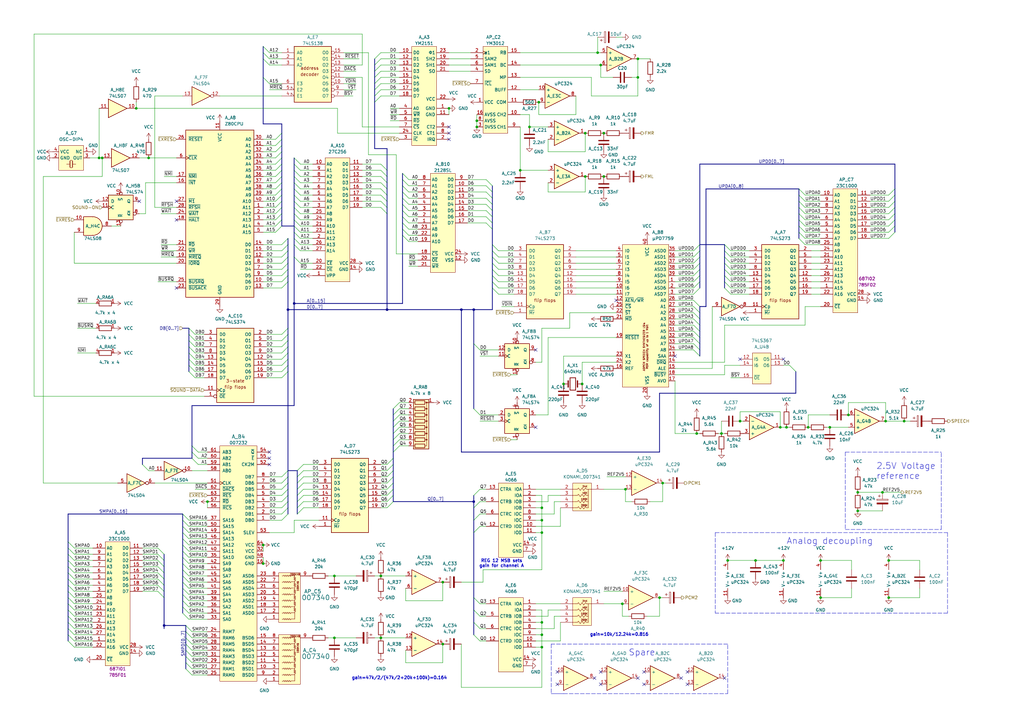
<source format=kicad_sch>
(kicad_sch (version 20231120) (generator "eeschema") (generator_version "8.0")
  (paper "A3")
  (title_block (title "Twin 16") (date "2024-09-08") (company "Konami GX687 / GX785") (comment 1 "Ulf Skutnabba, twitter: @skutis77"))
  (junction (at 309.88 229.87))
  (junction (at 247.65 54.61))
  (junction (at 240.03 54.61))
  (junction (at 181.61 264.16))
  (junction (at 320.04 175.26))
  (junction (at 261.62 31.75))
  (junction (at 298.45 229.87))
  (junction (at 247.65 72.39))
  (junction (at 351.79 209.55))
  (junction (at 220.98 41.91))
  (junction (at 137.16 236.22))
  (junction (at 231.14 157.48))
  (junction (at 336.55 245.11))
  (junction (at 217.17 52.07))
  (junction (at 41.91 64.77))
  (junction (at 222.25 213.36))
  (junction (at 184.15 44.45))
  (junction (at 156.21 261.62))
  (junction (at 271.78 198.12))
  (junction (at 256.54 200.66))
  (junction (at 55.88 44.45))
  (junction (at 67.31 256.54))
  (junction (at 194.31 127))
  (junction (at 370.84 172.72))
  (junction (at 222.25 208.28))
  (junction (at 336.55 229.87))
  (junction (at 120.65 124.46))
  (junction (at 118.11 127))
  (junction (at 189.23 127))
  (junction (at 347.98 170.18))
  (junction (at 364.49 245.11))
  (junction (at 60.96 64.77))
  (junction (at 195.58 52.07))
  (junction (at 285.75 177.8))
  (junction (at 238.76 157.48))
  (junction (at 194.31 205.74))
  (junction (at 364.49 229.87))
  (junction (at 261.62 24.13))
  (junction (at 107.95 231.14))
  (junction (at 137.16 261.62))
  (junction (at 107.95 223.52))
  (junction (at 363.22 172.72))
  (junction (at 245.11 21.59))
  (junction (at 156.21 236.22))
  (junction (at 158.75 127))
  (junction (at 222.25 255.27))
  (junction (at 246.38 26.67))
  (junction (at 295.91 177.8))
  (junction (at 321.31 229.87))
  (junction (at 240.03 72.39))
  (junction (at 85.09 205.74))
  (junction (at 255.27 247.65))
  (junction (at 340.36 175.26))
  (junction (at 213.36 69.85))
  (junction (at 195.58 49.53))
  (junction (at 351.79 201.93))
  (junction (at 322.58 175.26))
  (junction (at 331.47 175.26))
  (junction (at 361.95 201.93))
  (junction (at 181.61 238.76))
  (junction (at 270.51 245.11))
  (junction (at 222.25 260.35))
  (junction (at 222.25 218.44))
  (junction (at 303.53 172.72))
  (junction (at 222.25 265.43))
  (junction (at 40.64 64.77))
  (no_connect (at 321.31 147.32))
  (no_connect (at 252.73 123.19))
  (no_connect (at 219.71 143.51))
  (no_connect (at 184.15 52.07))
  (no_connect (at 72.39 82.55))
  (no_connect (at 72.39 90.17))
  (no_connect (at 72.39 118.11))
  (no_connect (at 264.16 280.67))
  (no_connect (at 264.16 275.59))
  (no_connect (at 279.4 278.13))
  (no_connect (at 228.6 275.59))
  (no_connect (at 228.6 280.67))
  (no_connect (at 246.38 275.59))
  (no_connect (at 261.62 278.13))
  (no_connect (at 246.38 280.67))
  (no_connect (at 243.84 278.13))
  (no_connect (at 281.94 275.59))
  (no_connect (at 297.18 278.13))
  (no_connect (at 281.94 280.67))
  (no_connect (at 219.71 175.26))
  (no_connect (at 184.15 54.61))
  (no_connect (at 110.49 187.96))
  (no_connect (at 110.49 190.5))
  (no_connect (at 110.49 185.42))
  (no_connect (at 276.86 146.05))
  (no_connect (at 57.15 82.55))
  (no_connect (at 184.15 57.15))
  (no_connect (at 303.53 147.32))
  (bus_entry (at 76.2 271.78) (size 2.54 2.54))
  (bus_entry (at 299.72 113.03) (size -2.54 -2.54))
  (bus_entry (at 123.19 95.25) (size -2.54 -2.54))
  (bus_entry (at 74.93 243.84) (size 2.54 2.54))
  (bus_entry (at 204.47 120.65) (size -2.54 -2.54))
  (bus_entry (at 74.93 210.82) (size 2.54 2.54))
  (bus_entry (at 74.93 241.3) (size 2.54 2.54))
  (bus_entry (at 364.49 80.01) (size 2.54 -2.54))
  (bus_entry (at 64.77 240.03) (size 2.54 2.54))
  (bus_entry (at 115.57 137.16) (size 2.54 -2.54))
  (bus_entry (at 115.57 107.95) (size 2.54 -2.54))
  (bus_entry (at 284.48 143.51) (size 2.54 2.54))
  (bus_entry (at 113.03 57.15) (size 2.54 -2.54))
  (bus_entry (at 27.94 245.11) (size 2.54 2.54))
  (bus_entry (at 299.72 118.11) (size -2.54 -2.54))
  (bus_entry (at 107.95 24.13) (size 2.54 2.54))
  (bus_entry (at 284.48 107.95) (size 2.54 -2.54))
  (bus_entry (at 76.2 269.24) (size 2.54 2.54))
  (bus_entry (at 27.94 222.25) (size 2.54 2.54))
  (bus_entry (at 74.93 218.44) (size 2.54 2.54))
  (bus_entry (at 107.95 19.05) (size 2.54 2.54))
  (bus_entry (at 327.66 92.71) (size 2.54 2.54))
  (bus_entry (at 167.64 78.74) (size -2.54 -2.54))
  (bus_entry (at 364.49 92.71) (size 2.54 -2.54))
  (bus_entry (at 64.77 237.49) (size 2.54 2.54))
  (bus_entry (at 74.93 246.38) (size 2.54 2.54))
  (bus_entry (at 74.93 236.22) (size 2.54 2.54))
  (bus_entry (at 64.77 232.41) (size 2.54 2.54))
  (bus_entry (at 27.94 250.19) (size 2.54 2.54))
  (bus_entry (at 76.2 264.16) (size 2.54 2.54))
  (bus_entry (at 167.64 73.66) (size -2.54 -2.54))
  (bus_entry (at 299.72 107.95) (size -2.54 -2.54))
  (bus_entry (at 327.66 90.17) (size 2.54 2.54))
  (bus_entry (at 113.03 62.23) (size 2.54 -2.54))
  (bus_entry (at 76.2 259.08) (size 2.54 2.54))
  (bus_entry (at 299.72 110.49) (size -2.54 -2.54))
  (bus_entry (at 78.74 187.96) (size 2.54 2.54))
  (bus_entry (at 284.48 105.41) (size 2.54 -2.54))
  (bus_entry (at 113.03 69.85) (size 2.54 -2.54))
  (bus_entry (at 327.66 85.09) (size 2.54 2.54))
  (bus_entry (at 194.31 203.2) (size 2.54 -2.54))
  (bus_entry (at 194.31 208.28) (size 2.54 -2.54))
  (bus_entry (at 194.31 213.36) (size 2.54 -2.54))
  (bus_entry (at 194.31 218.44) (size 2.54 -2.54))
  (bus_entry (at 199.39 83.82) (size 2.54 2.54))
  (bus_entry (at 153.67 31.75) (size 2.54 -2.54))
  (bus_entry (at 364.49 85.09) (size 2.54 -2.54))
  (bus_entry (at 199.39 86.36) (size 2.54 2.54))
  (bus_entry (at 124.46 190.5) (size -2.54 2.54))
  (bus_entry (at 113.03 72.39) (size 2.54 -2.54))
  (bus_entry (at 204.47 107.95) (size -2.54 -2.54))
  (bus_entry (at 77.47 152.4) (size 2.54 2.54))
  (bus_entry (at 77.47 147.32) (size 2.54 2.54))
  (bus_entry (at 167.64 93.98) (size -2.54 -2.54))
  (bus_entry (at 123.19 92.71) (size -2.54 -2.54))
  (bus_entry (at 364.49 95.25) (size 2.54 -2.54))
  (bus_entry (at 27.94 255.27) (size 2.54 2.54))
  (bus_entry (at 115.57 115.57) (size 2.54 -2.54))
  (bus_entry (at 115.57 102.87) (size 2.54 -2.54))
  (bus_entry (at 167.64 86.36) (size -2.54 -2.54))
  (bus_entry (at 199.39 88.9) (size 2.54 2.54))
  (bus_entry (at 123.19 74.93) (size -2.54 -2.54))
  (bus_entry (at 167.64 88.9) (size -2.54 -2.54))
  (bus_entry (at 123.19 107.95) (size -2.54 -2.54))
  (bus_entry (at 115.57 152.4) (size 2.54 -2.54))
  (bus_entry (at 161.29 167.64) (size 2.54 -2.54))
  (bus_entry (at 58.42 190.5) (size 2.54 2.54))
  (bus_entry (at 194.31 140.97) (size 2.54 2.54))
  (bus_entry (at 78.74 182.88) (size 2.54 2.54))
  (bus_entry (at 124.46 205.74) (size -2.54 2.54))
  (bus_entry (at 194.31 245.11) (size 2.54 2.54))
  (bus_entry (at 115.57 105.41) (size 2.54 -2.54))
  (bus_entry (at 123.19 77.47) (size -2.54 -2.54))
  (bus_entry (at 115.57 144.78) (size 2.54 -2.54))
  (bus_entry (at 64.77 229.87) (size 2.54 2.54))
  (bus_entry (at 115.57 200.66) (size 2.54 -2.54))
  (bus_entry (at 156.21 82.55) (size 2.54 2.54))
  (bus_entry (at 27.94 224.79) (size 2.54 2.54))
  (bus_entry (at 27.94 237.49) (size 2.54 2.54))
  (bus_entry (at 158.75 193.04) (size 2.54 -2.54))
  (bus_entry (at 115.57 110.49) (size 2.54 -2.54))
  (bus_entry (at 158.75 198.12) (size 2.54 -2.54))
  (bus_entry (at 27.94 227.33) (size 2.54 2.54))
  (bus_entry (at 124.46 195.58) (size -2.54 2.54))
  (bus_entry (at 64.77 234.95) (size 2.54 2.54))
  (bus_entry (at 74.93 213.36) (size 2.54 2.54))
  (bus_entry (at 284.48 115.57) (size 2.54 -2.54))
  (bus_entry (at 74.93 226.06) (size 2.54 2.54))
  (bus_entry (at 115.57 149.86) (size 2.54 -2.54))
  (bus_entry (at 167.64 76.2) (size -2.54 -2.54))
  (bus_entry (at 107.95 21.59) (size 2.54 2.54))
  (bus_entry (at 113.03 90.17) (size 2.54 -2.54))
  (bus_entry (at 113.03 82.55) (size 2.54 -2.54))
  (bus_entry (at 113.03 64.77) (size 2.54 -2.54))
  (bus_entry (at 204.47 105.41) (size -2.54 -2.54))
  (bus_entry (at 327.66 82.55) (size 2.54 2.54))
  (bus_entry (at 284.48 135.89) (size 2.54 2.54))
  (bus_entry (at 123.19 67.31) (size -2.54 -2.54))
  (bus_entry (at 27.94 252.73) (size 2.54 2.54))
  (bus_entry (at 27.94 247.65) (size 2.54 2.54))
  (bus_entry (at 76.2 261.62) (size 2.54 2.54))
  (bus_entry (at 284.48 113.03) (size 2.54 -2.54))
  (bus_entry (at 113.03 77.47) (size 2.54 -2.54))
  (bus_entry (at 167.64 83.82) (size -2.54 -2.54))
  (bus_entry (at 27.94 260.35) (size 2.54 2.54))
  (bus_entry (at 161.29 175.26) (size 2.54 -2.54))
  (bus_entry (at 123.19 72.39) (size -2.54 -2.54))
  (bus_entry (at 167.64 91.44) (size -2.54 -2.54))
  (bus_entry (at 323.85 149.86) (size 2.54 2.54))
  (bus_entry (at 161.29 177.8) (size 2.54 -2.54))
  (bus_entry (at 77.47 134.62) (size 2.54 2.54))
  (bus_entry (at 153.67 41.91) (size 2.54 -2.54))
  (bus_entry (at 204.47 102.87) (size -2.54 -2.54))
  (bus_entry (at 124.46 193.04) (size -2.54 2.54))
  (bus_entry (at 299.72 120.65) (size -2.54 -2.54))
  (bus_entry (at 299.72 105.41) (size -2.54 -2.54))
  (bus_entry (at 123.19 85.09) (size -2.54 -2.54))
  (bus_entry (at 113.03 85.09) (size 2.54 -2.54))
  (bus_entry (at 284.48 118.11) (size 2.54 -2.54))
  (bus_entry (at 158.75 203.2) (size 2.54 -2.54))
  (bus_entry (at 77.47 149.86) (size 2.54 2.54))
  (bus_entry (at 115.57 195.58) (size 2.54 -2.54))
  (bus_entry (at 153.67 26.67) (size 2.54 -2.54))
  (bus_entry (at 113.03 92.71) (size 2.54 -2.54))
  (bus_entry (at 113.03 80.01) (size 2.54 -2.54))
  (bus_entry (at 115.57 139.7) (size 2.54 -2.54))
  (bus_entry (at 124.46 198.12) (size -2.54 2.54))
  (bus_entry (at 156.21 80.01) (size 2.54 2.54))
  (bus_entry (at 123.19 100.33) (size -2.54 -2.54))
  (bus_entry (at 113.03 59.69) (size 2.54 -2.54))
  (bus_entry (at 77.47 144.78) (size 2.54 2.54))
  (bus_entry (at 27.94 240.03) (size 2.54 2.54))
  (bus_entry (at 74.93 223.52) (size 2.54 2.54))
  (bus_entry (at 158.75 208.28) (size 2.54 -2.54))
  (bus_entry (at 27.94 232.41) (size 2.54 2.54))
  (bus_entry (at 74.93 231.14) (size 2.54 2.54))
  (bus_entry (at 156.21 72.39) (size 2.54 2.54))
  (bus_entry (at 156.21 67.31) (size 2.54 2.54))
  (bus_entry (at 123.19 97.79) (size -2.54 -2.54))
  (bus_entry (at 299.72 115.57) (size -2.54 -2.54))
  (bus_entry (at 364.49 97.79) (size 2.54 -2.54))
  (bus_entry (at 156.21 85.09) (size 2.54 2.54))
  (bus_entry (at 153.67 36.83) (size 2.54 -2.54))
  (bus_entry (at 123.19 87.63) (size -2.54 -2.54))
  (bus_entry (at 199.39 73.66) (size 2.54 2.54))
  (bus_entry (at 327.66 77.47) (size 2.54 2.54))
  (bus_entry (at 327.66 97.79) (size 2.54 2.54))
  (bus_entry (at 284.48 133.35) (size 2.54 2.54))
  (bus_entry (at 161.29 185.42) (size 2.54 -2.54))
  (bus_entry (at 284.48 123.19) (size 2.54 2.54))
  (bus_entry (at 64.77 224.79) (size 2.54 2.54))
  (bus_entry (at 123.19 80.01) (size -2.54 -2.54))
  (bus_entry (at 74.93 238.76) (size 2.54 2.54))
  (bus_entry (at 27.94 229.87) (size 2.54 2.54))
  (bus_entry (at 123.19 69.85) (size -2.54 -2.54))
  (bus_entry (at 123.19 82.55) (size -2.54 -2.54))
  (bus_entry (at 284.48 102.87) (size 2.54 -2.54))
  (bus_entry (at 113.03 87.63) (size 2.54 -2.54))
  (bus_entry (at 204.47 110.49) (size -2.54 -2.54))
  (bus_entry (at 167.64 99.06) (size -2.54 -2.54))
  (bus_entry (at 158.75 195.58) (size 2.54 -2.54))
  (bus_entry (at 284.48 138.43) (size 2.54 2.54))
  (bus_entry (at 76.2 266.7) (size 2.54 2.54))
  (bus_entry (at 124.46 200.66) (size -2.54 2.54))
  (bus_entry (at 194.31 260.35) (size 2.54 2.54))
  (bus_entry (at 27.94 242.57) (size 2.54 2.54))
  (bus_entry (at 77.47 139.7) (size 2.54 2.54))
  (bus_entry (at 115.57 100.33) (size 2.54 -2.54))
  (bus_entry (at 124.46 203.2) (size -2.54 2.54))
  (bus_entry (at 158.75 200.66) (size 2.54 -2.54))
  (bus_entry (at 115.57 142.24) (size 2.54 -2.54))
  (bus_entry (at 115.57 198.12) (size 2.54 -2.54))
  (bus_entry (at 153.67 29.21) (size 2.54 -2.54))
  (bus_entry (at 199.39 78.74) (size 2.54 2.54))
  (bus_entry (at 113.03 95.25) (size 2.54 -2.54))
  (bus_entry (at 115.57 208.28) (size 2.54 -2.54))
  (bus_entry (at 194.31 255.27) (size 2.54 2.54))
  (bus_entry (at 74.93 215.9) (size 2.54 2.54))
  (bus_entry (at 161.29 180.34) (size 2.54 -2.54))
  (bus_entry (at 77.47 142.24) (size 2.54 2.54))
  (bus_entry (at 123.19 90.17) (size -2.54 -2.54))
  (bus_entry (at 78.74 185.42) (size 2.54 2.54))
  (bus_entry (at 77.47 137.16) (size 2.54 2.54))
  (bus_entry (at 327.66 95.25) (size 2.54 2.54))
  (bus_entry (at 153.67 34.29) (size 2.54 -2.54))
  (bus_entry (at 123.19 102.87) (size -2.54 -2.54))
  (bus_entry (at 204.47 113.03) (size -2.54 -2.54))
  (bus_entry (at 199.39 76.2) (size 2.54 2.54))
  (bus_entry (at 64.77 227.33) (size 2.54 2.54))
  (bus_entry (at 167.64 81.28) (size -2.54 -2.54))
  (bus_entry (at 158.75 190.5) (size 2.54 -2.54))
  (bus_entry (at 199.39 91.44) (size 2.54 2.54))
  (bus_entry (at 284.48 130.81) (size 2.54 2.54))
  (bus_entry (at 74.93 251.46) (size 2.54 2.54))
  (bus_entry (at 194.31 167.64) (size 2.54 2.54))
  (bus_entry (at 167.64 96.52) (size -2.54 -2.54))
  (bus_entry (at 124.46 208.28) (size -2.54 2.54))
  (bus_entry (at 161.29 172.72) (size 2.54 -2.54))
  (bus_entry (at 115.57 210.82) (size 2.54 -2.54))
  (bus_entry (at 115.57 147.32) (size 2.54 -2.54))
  (bus_entry (at 64.77 242.57) (size 2.54 2.54))
  (bus_entry (at 74.93 233.68) (size 2.54 2.54))
  (bus_entry (at 27.94 257.81) (size 2.54 2.54))
  (bus_entry (at 153.67 39.37) (size 2.54 -2.54))
  (bus_entry (at 284.48 125.73) (size 2.54 2.54))
  (bus_entry (at 27.94 234.95) (size 2.54 2.54))
  (bus_entry (at 364.49 87.63) (size 2.54 -2.54))
  (bus_entry (at 299.72 102.87) (size -2.54 -2.54))
  (bus_entry (at 156.21 77.47) (size 2.54 2.54))
  (bus_entry (at 74.93 248.92) (size 2.54 2.54))
  (bus_entry (at 327.66 87.63) (size 2.54 2.54))
  (bus_entry (at 199.39 81.28) (size 2.54 2.54))
  (bus_entry (at 74.93 228.6) (size 2.54 2.54))
  (bus_entry (at 284.48 120.65) (size 2.54 -2.54))
  (bus_entry (at 115.57 205.74) (size 2.54 -2.54))
  (bus_entry (at 113.03 74.93) (size 2.54 -2.54))
  (bus_entry (at 113.03 67.31) (size 2.54 -2.54))
  (bus_entry (at 327.66 80.01) (size 2.54 2.54))
  (bus_entry (at 74.93 220.98) (size 2.54 2.54))
  (bus_entry (at 204.47 115.57) (size -2.54 -2.54))
  (bus_entry (at 115.57 118.11) (size 2.54 -2.54))
  (bus_entry (at 27.94 262.89) (size 2.54 2.54))
  (bus_entry (at 284.48 128.27) (size 2.54 2.54))
  (bus_entry (at 364.49 82.55) (size 2.54 -2.54))
  (bus_entry (at 156.21 69.85) (size 2.54 2.54))
  (bus_entry (at 161.29 170.18) (size 2.54 -2.54))
  (bus_entry (at 115.57 213.36) (size 2.54 -2.54))
  (bus_entry (at 364.49 90.17) (size 2.54 -2.54))
  (bus_entry (at 194.31 250.19) (size 2.54 2.54))
  (bus_entry (at 158.75 205.74) (size 2.54 -2.54))
  (bus_entry (at 284.48 140.97) (size 2.54 2.54))
  (bus_entry (at 76.2 256.54) (size 2.54 2.54))
  (bus_entry (at 161.29 182.88) (size 2.54 -2.54))
  (bus_entry (at 115.57 203.2) (size 2.54 -2.54))
  (bus_entry (at 115.57 154.94) (size 2.54 -2.54))
  (bus_entry (at 156.21 74.93) (size 2.54 2.54))
  (bus_entry (at 115.57 113.03) (size 2.54 -2.54))
  (bus_entry (at 76.2 274.32) (size 2.54 2.54))
  (bus_entry (at 284.48 110.49) (size 2.54 -2.54))
  (bus_entry (at 153.67 24.13) (size 2.54 -2.54))
  (bus_entry (at 204.47 118.11) (size -2.54 -2.54))
  (bus_entry (at 107.95 31.75) (size 2.54 2.54))
  (wire (pts (xy 167.64 109.22) (xy 171.45 109.22)))
  (wire (pts (xy 171.45 93.98) (xy 167.64 93.98)))
  (wire (pts (xy 30.48 252.73) (xy 38.1 252.73)))
  (wire (pts (xy 227.33 252.73) (xy 229.87 252.73)))
  (wire (pts (xy 30.48 255.27) (xy 38.1 255.27)))
  (wire (pts (xy 294.64 177.8) (xy 295.91 177.8)))
  (wire (pts (xy 107.95 59.69) (xy 113.03 59.69)))
  (wire (pts (xy 307.34 105.41) (xy 299.72 105.41)))
  (wire (pts (xy 30.48 234.95) (xy 38.1 234.95)))
  (bus (pts (xy 74.93 233.68) (xy 74.93 231.14)))
  (bus (pts (xy 78.74 182.88) (xy 78.74 185.42)))
  (bus (pts (xy 158.75 127) (xy 118.11 127)))
  (wire (pts (xy 110.49 208.28) (xy 115.57 208.28)))
  (wire (pts (xy 297.18 133.35) (xy 330.2 133.35)))
  (bus (pts (xy 201.93 118.11) (xy 201.93 127)))
  (polyline (pts (xy 298.45 264.16) (xy 226.06 264.16)) (stroke (width 0) (type dash)))
  (wire (pts (xy 196.85 200.66) (xy 199.39 200.66)))
  (wire (pts (xy 330.2 100.33) (xy 336.55 100.33)))
  (wire (pts (xy 77.47 246.38) (xy 85.09 246.38)))
  (bus (pts (xy 67.31 245.11) (xy 67.31 256.54)))
  (wire (pts (xy 351.79 201.93) (xy 361.95 201.93)))
  (wire (pts (xy 78.74 276.86) (xy 85.09 276.86)))
  (bus (pts (xy 121.92 203.2) (xy 121.92 205.74)))
  (wire (pts (xy 128.27 90.17) (xy 123.19 90.17)))
  (wire (pts (xy 191.77 83.82) (xy 199.39 83.82)))
  (bus (pts (xy 287.02 125.73) (xy 289.56 125.73)))
  (wire (pts (xy 271.78 245.11) (xy 270.51 245.11)))
  (wire (pts (xy 156.21 198.12) (xy 158.75 198.12)))
  (wire (pts (xy 322.58 175.26) (xy 323.85 175.26)))
  (bus (pts (xy 67.31 227.33) (xy 67.31 229.87)))
  (bus (pts (xy 115.57 54.61) (xy 115.57 57.15)))
  (wire (pts (xy 236.22 113.03) (xy 252.73 113.03)))
  (polyline (pts (xy 346.71 185.42) (xy 386.08 185.42)) (stroke (width 0) (type dash)))
  (wire (pts (xy 163.83 167.64) (xy 167.64 167.64)))
  (wire (pts (xy 45.72 92.71) (xy 49.53 92.71)))
  (bus (pts (xy 153.67 29.21) (xy 153.67 31.75)))
  (wire (pts (xy 55.88 41.91) (xy 55.88 44.45)))
  (bus (pts (xy 201.93 115.57) (xy 201.93 118.11)))
  (wire (pts (xy 331.47 170.18) (xy 331.47 175.26)))
  (wire (pts (xy 80.01 137.16) (xy 83.82 137.16)))
  (bus (pts (xy 115.57 90.17) (xy 115.57 92.71)))
  (wire (pts (xy 156.21 261.62) (xy 166.37 261.62)))
  (bus (pts (xy 161.29 187.96) (xy 161.29 190.5)))
  (wire (pts (xy 30.48 107.95) (xy 72.39 107.95)))
  (bus (pts (xy 297.18 110.49) (xy 297.18 113.03)))
  (wire (pts (xy 148.59 69.85) (xy 156.21 69.85)))
  (wire (pts (xy 196.85 143.51) (xy 204.47 143.51)))
  (wire (pts (xy 67.31 72.39) (xy 72.39 72.39)))
  (wire (pts (xy 77.47 231.14) (xy 85.09 231.14)))
  (bus (pts (xy 118.11 110.49) (xy 118.11 113.03)))
  (wire (pts (xy 60.96 64.77) (xy 72.39 64.77)))
  (bus (pts (xy 189.23 127) (xy 158.75 127)))
  (bus (pts (xy 367.03 87.63) (xy 367.03 85.09)))
  (wire (pts (xy 213.36 69.85) (xy 224.79 69.85)))
  (wire (pts (xy 72.39 85.09) (xy 63.5 85.09)))
  (wire (pts (xy 370.84 172.72) (xy 373.38 172.72)))
  (bus (pts (xy 118.11 142.24) (xy 118.11 144.78)))
  (bus (pts (xy 297.18 100.33) (xy 297.18 102.87)))
  (wire (pts (xy 148.59 82.55) (xy 156.21 82.55)))
  (wire (pts (xy 66.04 102.87) (xy 72.39 102.87)))
  (bus (pts (xy 287.02 130.81) (xy 287.02 128.27)))
  (wire (pts (xy 297.18 149.86) (xy 303.53 149.86)))
  (wire (pts (xy 196.85 170.18) (xy 204.47 170.18)))
  (wire (pts (xy 107.95 95.25) (xy 113.03 95.25)))
  (bus (pts (xy 120.65 95.25) (xy 120.65 97.79)))
  (bus (pts (xy 120.65 92.71) (xy 120.65 95.25)))
  (wire (pts (xy 163.83 180.34) (xy 167.64 180.34)))
  (bus (pts (xy 367.03 67.31) (xy 287.02 67.31)))
  (bus (pts (xy 161.29 205.74) (xy 194.31 205.74)))
  (wire (pts (xy 320.04 168.91) (xy 303.53 168.91)))
  (bus (pts (xy 327.66 80.01) (xy 327.66 82.55)))
  (bus (pts (xy 287.02 107.95) (xy 287.02 105.41)))
  (bus (pts (xy 115.57 62.23) (xy 115.57 64.77)))
  (bus (pts (xy 120.65 87.63) (xy 120.65 90.17)))
  (bus (pts (xy 161.29 182.88) (xy 161.29 185.42)))
  (wire (pts (xy 276.86 153.67) (xy 297.18 153.67)))
  (wire (pts (xy 130.81 198.12) (xy 124.46 198.12)))
  (wire (pts (xy 276.86 128.27) (xy 284.48 128.27)))
  (bus (pts (xy 27.94 247.65) (xy 27.94 250.19)))
  (wire (pts (xy 151.13 21.59) (xy 151.13 63.5)))
  (wire (pts (xy 276.86 105.41) (xy 284.48 105.41)))
  (bus (pts (xy 201.93 76.2) (xy 201.93 78.74)))
  (wire (pts (xy 72.39 74.93) (xy 59.69 74.93)))
  (bus (pts (xy 326.39 161.29) (xy 270.51 161.29)))
  (wire (pts (xy 140.97 34.29) (xy 146.05 34.29)))
  (polyline (pts (xy 231.14 284.48) (xy 298.45 284.48)) (stroke (width 0) (type dash)))
  (bus (pts (xy 77.47 152.4) (xy 77.47 149.86)))
  (bus (pts (xy 201.93 88.9) (xy 201.93 91.44)))
  (wire (pts (xy 303.53 168.91) (xy 303.53 172.72)))
  (wire (pts (xy 222.25 281.94) (xy 222.25 265.43)))
  (bus (pts (xy 287.02 146.05) (xy 287.02 143.51)))
  (wire (pts (xy 242.57 39.37) (xy 261.62 39.37)))
  (wire (pts (xy 78.74 266.7) (xy 85.09 266.7)))
  (wire (pts (xy 140.97 24.13) (xy 147.32 24.13)))
  (wire (pts (xy 107.95 113.03) (xy 115.57 113.03)))
  (polyline (pts (xy 293.37 218.44) (xy 388.62 218.44)) (stroke (width 0) (type dash)))
  (bus (pts (xy 153.67 24.13) (xy 153.67 26.67)))
  (bus (pts (xy 201.93 91.44) (xy 201.93 93.98)))
  (wire (pts (xy 31.75 134.62) (xy 39.37 134.62)))
  (bus (pts (xy 27.94 224.79) (xy 27.94 227.33)))
  (bus (pts (xy 287.02 140.97) (xy 287.02 138.43)))
  (wire (pts (xy 107.95 85.09) (xy 113.03 85.09)))
  (wire (pts (xy 184.15 21.59) (xy 193.04 21.59)))
  (wire (pts (xy 248.92 195.58) (xy 256.54 195.58)))
  (bus (pts (xy 115.57 85.09) (xy 115.57 87.63)))
  (bus (pts (xy 118.11 193.04) (xy 121.92 193.04)))
  (wire (pts (xy 276.86 151.13) (xy 292.1 151.13)))
  (bus (pts (xy 161.29 203.2) (xy 161.29 205.74)))
  (bus (pts (xy 118.11 208.28) (xy 118.11 205.74)))
  (wire (pts (xy 30.48 245.11) (xy 38.1 245.11)))
  (wire (pts (xy 123.19 107.95) (xy 128.27 107.95)))
  (bus (pts (xy 74.93 246.38) (xy 74.93 248.92)))
  (wire (pts (xy 356.87 90.17) (xy 364.49 90.17)))
  (bus (pts (xy 158.75 85.09) (xy 158.75 87.63)))
  (wire (pts (xy 222.25 265.43) (xy 219.71 265.43)))
  (wire (pts (xy 160.02 44.45) (xy 163.83 44.45)))
  (bus (pts (xy 165.1 73.66) (xy 165.1 76.2)))
  (bus (pts (xy 121.92 198.12) (xy 121.92 200.66)))
  (wire (pts (xy 83.82 162.56) (xy 13.97 162.56)))
  (bus (pts (xy 327.66 90.17) (xy 327.66 92.71)))
  (wire (pts (xy 128.27 85.09) (xy 123.19 85.09)))
  (wire (pts (xy 156.21 200.66) (xy 158.75 200.66)))
  (wire (pts (xy 130.81 195.58) (xy 124.46 195.58)))
  (bus (pts (xy 77.47 147.32) (xy 77.47 144.78)))
  (wire (pts (xy 109.22 147.32) (xy 115.57 147.32)))
  (bus (pts (xy 120.65 100.33) (xy 120.65 105.41)))
  (bus (pts (xy 76.2 259.08) (xy 76.2 261.62)))
  (bus (pts (xy 115.57 82.55) (xy 115.57 85.09)))
  (bus (pts (xy 115.57 74.93) (xy 115.57 77.47)))
  (wire (pts (xy 138.43 54.61) (xy 163.83 54.61)))
  (wire (pts (xy 222.25 218.44) (xy 222.25 213.36)))
  (bus (pts (xy 287.02 100.33) (xy 297.18 100.33)))
  (wire (pts (xy 80.01 144.78) (xy 83.82 144.78)))
  (wire (pts (xy 30.48 242.57) (xy 38.1 242.57)))
  (bus (pts (xy 115.57 57.15) (xy 115.57 59.69)))
  (wire (pts (xy 209.55 180.34) (xy 212.09 180.34)))
  (bus (pts (xy 74.93 241.3) (xy 74.93 238.76)))
  (wire (pts (xy 219.71 255.27) (xy 222.25 255.27)))
  (bus (pts (xy 120.65 77.47) (xy 120.65 80.01)))
  (wire (pts (xy 156.21 205.74) (xy 158.75 205.74)))
  (wire (pts (xy 213.36 21.59) (xy 245.11 21.59)))
  (wire (pts (xy 219.71 208.28) (xy 222.25 208.28)))
  (bus (pts (xy 27.94 252.73) (xy 27.94 255.27)))
  (wire (pts (xy 299.72 154.94) (xy 303.53 154.94)))
  (wire (pts (xy 265.43 252.73) (xy 270.51 252.73)))
  (wire (pts (xy 377.19 245.11) (xy 377.19 241.3)))
  (wire (pts (xy 224.79 74.93) (xy 224.79 78.74)))
  (wire (pts (xy 77.47 254) (xy 85.09 254)))
  (wire (pts (xy 330.2 82.55) (xy 336.55 82.55)))
  (polyline (pts (xy 298.45 284.48) (xy 298.45 264.16)) (stroke (width 0) (type dash)))
  (wire (pts (xy 217.17 52.07) (xy 217.17 46.99)))
  (bus (pts (xy 118.11 198.12) (xy 118.11 195.58)))
  (bus (pts (xy 118.11 210.82) (xy 118.11 208.28)))
  (wire (pts (xy 171.45 81.28) (xy 167.64 81.28)))
  (bus (pts (xy 74.93 243.84) (xy 74.93 241.3)))
  (wire (pts (xy 363.22 172.72) (xy 370.84 172.72)))
  (wire (pts (xy 198.12 238.76) (xy 198.12 233.68)))
  (bus (pts (xy 201.93 81.28) (xy 201.93 83.82)))
  (bus (pts (xy 201.93 78.74) (xy 201.93 81.28)))
  (wire (pts (xy 332.74 113.03) (xy 336.55 113.03)))
  (wire (pts (xy 162.56 104.14) (xy 162.56 63.5)))
  (wire (pts (xy 330.2 90.17) (xy 336.55 90.17)))
  (bus (pts (xy 327.66 95.25) (xy 327.66 97.79)))
  (wire (pts (xy 247.65 242.57) (xy 255.27 242.57)))
  (wire (pts (xy 77.47 241.3) (xy 85.09 241.3)))
  (wire (pts (xy 107.95 115.57) (xy 115.57 115.57)))
  (wire (pts (xy 332.74 115.57) (xy 336.55 115.57)))
  (bus (pts (xy 121.92 193.04) (xy 121.92 195.58)))
  (wire (pts (xy 219.71 200.66) (xy 229.87 200.66)))
  (wire (pts (xy 363.22 172.72) (xy 363.22 165.1)))
  (wire (pts (xy 148.59 31.75) (xy 148.59 52.07)))
  (wire (pts (xy 276.86 110.49) (xy 284.48 110.49)))
  (wire (pts (xy 238.76 148.59) (xy 252.73 148.59)))
  (wire (pts (xy 30.48 260.35) (xy 38.1 260.35)))
  (wire (pts (xy 130.81 203.2) (xy 124.46 203.2)))
  (bus (pts (xy 161.29 200.66) (xy 161.29 203.2)))
  (bus (pts (xy 165.1 86.36) (xy 165.1 88.9)))
  (wire (pts (xy 229.87 215.9) (xy 229.87 208.28)))
  (wire (pts (xy 80.01 200.66) (xy 85.09 200.66)))
  (polyline (pts (xy 346.71 217.17) (xy 386.08 217.17)) (stroke (width 0) (type dash)))
  (bus (pts (xy 78.74 182.88) (xy 78.74 166.37)))
  (bus (pts (xy 287.02 113.03) (xy 287.02 110.49)))
  (wire (pts (xy 184.15 44.45) (xy 184.15 46.99)))
  (bus (pts (xy 74.93 218.44) (xy 74.93 215.9)))
  (bus (pts (xy 118.11 139.7) (xy 118.11 142.24)))
  (wire (pts (xy 377.19 229.87) (xy 377.19 233.68)))
  (wire (pts (xy 78.74 274.32) (xy 85.09 274.32)))
  (wire (pts (xy 332.74 110.49) (xy 336.55 110.49)))
  (wire (pts (xy 220.98 46.99) (xy 220.98 41.91)))
  (wire (pts (xy 246.38 21.59) (xy 245.11 21.59)))
  (bus (pts (xy 27.94 232.41) (xy 27.94 234.95)))
  (bus (pts (xy 67.31 229.87) (xy 67.31 232.41)))
  (wire (pts (xy 148.59 77.47) (xy 156.21 77.47)))
  (wire (pts (xy 55.88 44.45) (xy 138.43 44.45)))
  (wire (pts (xy 107.95 228.6) (xy 107.95 231.14)))
  (wire (pts (xy 196.85 257.81) (xy 199.39 257.81)))
  (wire (pts (xy 80.01 154.94) (xy 83.82 154.94)))
  (wire (pts (xy 356.87 82.55) (xy 364.49 82.55)))
  (bus (pts (xy 120.65 80.01) (xy 120.65 82.55)))
  (wire (pts (xy 128.27 102.87) (xy 123.19 102.87)))
  (wire (pts (xy 171.45 76.2) (xy 167.64 76.2)))
  (bus (pts (xy 287.02 67.31) (xy 287.02 100.33)))
  (bus (pts (xy 120.65 72.39) (xy 120.65 74.93)))
  (bus (pts (xy 120.65 69.85) (xy 120.65 72.39)))
  (bus (pts (xy 161.29 180.34) (xy 161.29 182.88)))
  (wire (pts (xy 340.36 175.26) (xy 339.09 175.26)))
  (wire (pts (xy 66.04 105.41) (xy 72.39 105.41)))
  (wire (pts (xy 224.79 57.15) (xy 224.79 62.23)))
  (bus (pts (xy 107.95 50.8) (xy 115.57 50.8)))
  (wire (pts (xy 259.08 31.75) (xy 261.62 31.75)))
  (bus (pts (xy 158.75 80.01) (xy 158.75 82.55)))
  (wire (pts (xy 276.86 156.21) (xy 276.86 177.8)))
  (wire (pts (xy 107.95 102.87) (xy 115.57 102.87)))
  (wire (pts (xy 219.71 262.89) (xy 229.87 262.89)))
  (wire (pts (xy 209.55 153.67) (xy 212.09 153.67)))
  (bus (pts (xy 287.02 143.51) (xy 287.02 140.97)))
  (wire (pts (xy 163.83 170.18) (xy 167.64 170.18)))
  (wire (pts (xy 134.62 261.62) (xy 137.16 261.62)))
  (bus (pts (xy 115.57 69.85) (xy 115.57 72.39)))
  (bus (pts (xy 161.29 170.18) (xy 161.29 172.72)))
  (wire (pts (xy 30.48 224.79) (xy 38.1 224.79)))
  (wire (pts (xy 30.48 240.03) (xy 38.1 240.03)))
  (wire (pts (xy 107.95 69.85) (xy 113.03 69.85)))
  (wire (pts (xy 233.68 128.27) (xy 252.73 128.27)))
  (wire (pts (xy 222.25 233.68) (xy 222.25 218.44)))
  (wire (pts (xy 195.58 49.53) (xy 195.58 52.07)))
  (wire (pts (xy 295.91 172.72) (xy 295.91 177.8)))
  (wire (pts (xy 196.85 210.82) (xy 199.39 210.82)))
  (wire (pts (xy 270.51 252.73) (xy 270.51 245.11)))
  (bus (pts (xy 326.39 152.4) (xy 326.39 161.29)))
  (bus (pts (xy 153.67 31.75) (xy 153.67 34.29)))
  (wire (pts (xy 130.81 208.28) (xy 124.46 208.28)))
  (bus (pts (xy 115.57 80.01) (xy 115.57 82.55)))
  (wire (pts (xy 109.22 144.78) (xy 115.57 144.78)))
  (polyline (pts (xy 386.08 217.17) (xy 386.08 185.42)) (stroke (width 0) (type dash)))
  (wire (pts (xy 148.59 52.07) (xy 163.83 52.07)))
  (wire (pts (xy 363.22 165.1) (xy 347.98 165.1)))
  (polyline (pts (xy 226.06 264.16) (xy 226.06 284.48)) (stroke (width 0) (type dash)))
  (wire (pts (xy 196.85 215.9) (xy 199.39 215.9)))
  (bus (pts (xy 118.11 195.58) (xy 118.11 193.04)))
  (wire (pts (xy 231.14 157.48) (xy 231.14 146.05)))
  (wire (pts (xy 110.49 210.82) (xy 115.57 210.82)))
  (wire (pts (xy 191.77 76.2) (xy 199.39 76.2)))
  (bus (pts (xy 120.65 124.46) (xy 165.1 124.46)))
  (wire (pts (xy 236.22 120.65) (xy 252.73 120.65)))
  (wire (pts (xy 276.86 102.87) (xy 284.48 102.87)))
  (bus (pts (xy 74.93 134.62) (xy 77.47 134.62)))
  (bus (pts (xy 120.65 97.79) (xy 120.65 100.33)))
  (wire (pts (xy 266.7 205.74) (xy 271.78 205.74)))
  (wire (pts (xy 163.83 175.26) (xy 167.64 175.26)))
  (bus (pts (xy 297.18 102.87) (xy 297.18 105.41)))
  (bus (pts (xy 120.65 67.31) (xy 120.65 69.85)))
  (wire (pts (xy 171.45 88.9) (xy 167.64 88.9)))
  (wire (pts (xy 128.27 72.39) (xy 123.19 72.39)))
  (wire (pts (xy 227.33 257.81) (xy 227.33 252.73)))
  (bus (pts (xy 120.65 85.09) (xy 120.65 87.63)))
  (wire (pts (xy 107.95 67.31) (xy 113.03 67.31)))
  (wire (pts (xy 224.79 205.74) (xy 224.79 203.2)))
  (wire (pts (xy 222.25 134.62) (xy 233.68 134.62)))
  (wire (pts (xy 219.71 213.36) (xy 222.25 213.36)))
  (wire (pts (xy 120.65 213.36) (xy 130.81 213.36)))
  (bus (pts (xy 201.93 102.87) (xy 201.93 105.41)))
  (wire (pts (xy 81.28 190.5) (xy 85.09 190.5)))
  (wire (pts (xy 276.86 115.57) (xy 284.48 115.57)))
  (bus (pts (xy 107.95 31.75) (xy 107.95 50.8)))
  (wire (pts (xy 297.18 153.67) (xy 297.18 149.86)))
  (bus (pts (xy 120.65 105.41) (xy 120.65 124.46)))
  (wire (pts (xy 307.34 118.11) (xy 299.72 118.11)))
  (wire (pts (xy 148.59 72.39) (xy 156.21 72.39)))
  (wire (pts (xy 60.96 193.04) (xy 63.5 193.04)))
  (wire (pts (xy 128.27 69.85) (xy 123.19 69.85)))
  (bus (pts (xy 165.1 91.44) (xy 165.1 93.98)))
  (bus (pts (xy 287.02 110.49) (xy 287.02 107.95)))
  (wire (pts (xy 107.95 82.55) (xy 113.03 82.55)))
  (wire (pts (xy 171.45 91.44) (xy 167.64 91.44)))
  (bus (pts (xy 165.1 76.2) (xy 165.1 78.74)))
  (bus (pts (xy 118.11 97.79) (xy 118.11 100.33)))
  (wire (pts (xy 332.74 107.95) (xy 336.55 107.95)))
  (bus (pts (xy 74.93 210.82) (xy 27.94 210.82)))
  (wire (pts (xy 261.62 24.13) (xy 266.7 24.13)))
  (wire (pts (xy 81.28 185.42) (xy 85.09 185.42)))
  (bus (pts (xy 189.23 185.42) (xy 270.51 185.42)))
  (wire (pts (xy 320.04 168.91) (xy 320.04 175.26)))
  (wire (pts (xy 128.27 82.55) (xy 123.19 82.55)))
  (bus (pts (xy 161.29 195.58) (xy 161.29 198.12)))
  (bus (pts (xy 165.1 78.74) (xy 165.1 81.28)))
  (bus (pts (xy 161.29 198.12) (xy 161.29 200.66)))
  (wire (pts (xy 330.2 80.01) (xy 336.55 80.01)))
  (wire (pts (xy 107.95 57.15) (xy 113.03 57.15)))
  (wire (pts (xy 109.22 142.24) (xy 115.57 142.24)))
  (wire (pts (xy 107.95 118.11) (xy 115.57 118.11)))
  (wire (pts (xy 41.91 64.77) (xy 41.91 72.39)))
  (bus (pts (xy 165.1 71.12) (xy 165.1 73.66)))
  (wire (pts (xy 130.81 200.66) (xy 124.46 200.66)))
  (wire (pts (xy 30.48 265.43) (xy 38.1 265.43)))
  (wire (pts (xy 156.21 236.22) (xy 166.37 236.22)))
  (wire (pts (xy 330.2 87.63) (xy 336.55 87.63)))
  (wire (pts (xy 30.48 262.89) (xy 38.1 262.89)))
  (wire (pts (xy 213.36 31.75) (xy 242.57 31.75)))
  (wire (pts (xy 295.91 177.8) (xy 297.18 177.8)))
  (wire (pts (xy 110.49 218.44) (xy 120.65 218.44)))
  (bus (pts (xy 27.94 237.49) (xy 27.94 240.03)))
  (bus (pts (xy 194.31 213.36) (xy 194.31 218.44)))
  (wire (pts (xy 110.49 198.12) (xy 115.57 198.12)))
  (wire (pts (xy 364.49 245.11) (xy 377.19 245.11)))
  (wire (pts (xy 128.27 67.31) (xy 123.19 67.31)))
  (wire (pts (xy 222.25 148.59) (xy 219.71 148.59)))
  (wire (pts (xy 220.98 36.83) (xy 213.36 36.83)))
  (bus (pts (xy 118.11 115.57) (xy 118.11 127)))
  (wire (pts (xy 285.75 177.8) (xy 287.02 177.8)))
  (bus (pts (xy 153.67 26.67) (xy 153.67 29.21)))
  (wire (pts (xy 196.85 172.72) (xy 204.47 172.72)))
  (wire (pts (xy 222.25 213.36) (xy 222.25 208.28)))
  (bus (pts (xy 27.94 242.57) (xy 27.94 245.11)))
  (wire (pts (xy 166.37 266.7) (xy 166.37 271.78)))
  (wire (pts (xy 307.34 113.03) (xy 299.72 113.03)))
  (wire (pts (xy 330.2 95.25) (xy 336.55 95.25)))
  (bus (pts (xy 158.75 72.39) (xy 158.75 74.93)))
  (bus (pts (xy 289.56 77.47) (xy 327.66 77.47)))
  (wire (pts (xy 128.27 80.01) (xy 123.19 80.01)))
  (wire (pts (xy 148.59 80.01) (xy 156.21 80.01)))
  (wire (pts (xy 77.47 226.06) (xy 85.09 226.06)))
  (bus (pts (xy 118.11 144.78) (xy 118.11 147.32)))
  (wire (pts (xy 336.55 229.87) (xy 349.25 229.87)))
  (wire (pts (xy 58.42 224.79) (xy 64.77 224.79)))
  (bus (pts (xy 153.67 60.96) (xy 158.75 60.96)))
  (bus (pts (xy 121.92 205.74) (xy 121.92 208.28)))
  (wire (pts (xy 13.97 13.97) (xy 148.59 13.97)))
  (wire (pts (xy 58.42 237.49) (xy 64.77 237.49)))
  (wire (pts (xy 276.86 113.03) (xy 284.48 113.03)))
  (wire (pts (xy 77.47 238.76) (xy 85.09 238.76)))
  (bus (pts (xy 161.29 190.5) (xy 161.29 193.04)))
  (bus (pts (xy 367.03 95.25) (xy 367.03 92.71)))
  (bus (pts (xy 118.11 137.16) (xy 118.11 139.7)))
  (bus (pts (xy 194.31 208.28) (xy 194.31 213.36)))
  (bus (pts (xy 201.93 105.41) (xy 201.93 107.95)))
  (bus (pts (xy 120.65 82.55) (xy 120.65 85.09)))
  (wire (pts (xy 163.83 24.13) (xy 156.21 24.13)))
  (bus (pts (xy 78.74 187.96) (xy 78.74 185.42)))
  (wire (pts (xy 80.01 152.4) (xy 83.82 152.4)))
  (bus (pts (xy 194.31 250.19) (xy 194.31 255.27)))
  (polyline (pts (xy 293.37 218.44) (xy 293.37 251.46)) (stroke (width 0) (type dash)))
  (wire (pts (xy 330.2 125.73) (xy 336.55 125.73)))
  (wire (pts (xy 107.95 223.52) (xy 107.95 226.06)))
  (wire (pts (xy 210.82 115.57) (xy 204.47 115.57)))
  (wire (pts (xy 110.49 200.66) (xy 115.57 200.66)))
  (wire (pts (xy 219.71 210.82) (xy 227.33 210.82)))
  (wire (pts (xy 191.77 88.9) (xy 199.39 88.9)))
  (bus (pts (xy 165.1 88.9) (xy 165.1 91.44)))
  (bus (pts (xy 287.02 105.41) (xy 287.02 102.87)))
  (wire (pts (xy 66.04 87.63) (xy 72.39 87.63)))
  (bus (pts (xy 194.31 245.11) (xy 194.31 250.19)))
  (bus (pts (xy 76.2 271.78) (xy 76.2 274.32)))
  (wire (pts (xy 171.45 96.52) (xy 167.64 96.52)))
  (wire (pts (xy 107.95 74.93) (xy 113.03 74.93)))
  (wire (pts (xy 163.83 39.37) (xy 156.21 39.37)))
  (polyline (pts (xy 346.71 185.42) (xy 346.71 217.17)) (stroke (width 0) (type dash)))
  (bus (pts (xy 27.94 222.25) (xy 27.94 224.79)))
  (bus (pts (xy 115.57 77.47) (xy 115.57 80.01)))
  (wire (pts (xy 163.83 165.1) (xy 167.64 165.1)))
  (wire (pts (xy 222.25 250.19) (xy 222.25 255.27)))
  (wire (pts (xy 156.21 203.2) (xy 158.75 203.2)))
  (wire (pts (xy 78.74 269.24) (xy 85.09 269.24)))
  (bus (pts (xy 201.93 93.98) (xy 201.93 100.33)))
  (wire (pts (xy 224.79 252.73) (xy 224.79 250.19)))
  (wire (pts (xy 167.64 106.68) (xy 171.45 106.68)))
  (bus (pts (xy 74.93 231.14) (xy 74.93 228.6)))
  (bus (pts (xy 161.29 193.04) (xy 161.29 195.58)))
  (wire (pts (xy 210.82 105.41) (xy 204.47 105.41)))
  (wire (pts (xy 140.97 29.21) (xy 146.05 29.21)))
  (wire (pts (xy 227.33 210.82) (xy 227.33 205.74)))
  (wire (pts (xy 256.54 205.74) (xy 256.54 200.66)))
  (wire (pts (xy 184.15 29.21) (xy 193.04 29.21)))
  (bus (pts (xy 107.95 21.59) (xy 107.95 24.13)))
  (wire (pts (xy 191.77 73.66) (xy 199.39 73.66)))
  (bus (pts (xy 153.67 41.91) (xy 153.67 60.96)))
  (wire (pts (xy 110.49 24.13) (xy 115.57 24.13)))
  (wire (pts (xy 137.16 236.22) (xy 146.05 236.22)))
  (wire (pts (xy 330.2 92.71) (xy 336.55 92.71)))
  (wire (pts (xy 31.75 124.46) (xy 39.37 124.46)))
  (wire (pts (xy 58.42 240.03) (xy 64.77 240.03)))
  (wire (pts (xy 107.95 62.23) (xy 113.03 62.23)))
  (wire (pts (xy 80.01 139.7) (xy 83.82 139.7)))
  (wire (pts (xy 236.22 118.11) (xy 252.73 118.11)))
  (wire (pts (xy 134.62 236.22) (xy 137.16 236.22)))
  (wire (pts (xy 219.71 215.9) (xy 229.87 215.9)))
  (bus (pts (xy 165.1 83.82) (xy 165.1 86.36)))
  (bus (pts (xy 77.47 137.16) (xy 77.47 134.62)))
  (bus (pts (xy 118.11 152.4) (xy 118.11 193.04)))
  (wire (pts (xy 196.85 247.65) (xy 199.39 247.65)))
  (bus (pts (xy 58.42 187.96) (xy 78.74 187.96)))
  (bus (pts (xy 153.67 39.37) (xy 153.67 41.91)))
  (wire (pts (xy 128.27 97.79) (xy 123.19 97.79)))
  (bus (pts (xy 158.75 87.63) (xy 158.75 127)))
  (bus (pts (xy 115.57 59.69) (xy 115.57 62.23)))
  (wire (pts (xy 347.98 175.26) (xy 340.36 175.26)))
  (bus (pts (xy 194.31 127) (xy 189.23 127)))
  (wire (pts (xy 30.48 229.87) (xy 38.1 229.87)))
  (bus (pts (xy 194.31 218.44) (xy 194.31 245.11)))
  (bus (pts (xy 118.11 102.87) (xy 118.11 105.41)))
  (wire (pts (xy 128.27 95.25) (xy 123.19 95.25)))
  (bus (pts (xy 74.93 226.06) (xy 74.93 223.52)))
  (wire (pts (xy 240.03 78.74) (xy 240.03 72.39)))
  (bus (pts (xy 287.02 118.11) (xy 287.02 115.57)))
  (bus (pts (xy 58.42 190.5) (xy 58.42 187.96)))
  (wire (pts (xy 58.42 234.95) (xy 64.77 234.95)))
  (wire (pts (xy 236.22 115.57) (xy 252.73 115.57)))
  (wire (pts (xy 109.22 139.7) (xy 115.57 139.7)))
  (bus (pts (xy 161.29 175.26) (xy 161.29 177.8)))
  (bus (pts (xy 27.94 234.95) (xy 27.94 237.49)))
  (bus (pts (xy 67.31 256.54) (xy 67.31 257.81)))
  (wire (pts (xy 85.09 205.74) (xy 85.09 208.28)))
  (bus (pts (xy 77.47 144.78) (xy 77.47 142.24)))
  (wire (pts (xy 219.71 218.44) (xy 222.25 218.44)))
  (wire (pts (xy 184.15 24.13) (xy 193.04 24.13)))
  (wire (pts (xy 128.27 77.47) (xy 123.19 77.47)))
  (bus (pts (xy 201.93 86.36) (xy 201.93 88.9)))
  (bus (pts (xy 287.02 128.27) (xy 287.02 125.73)))
  (wire (pts (xy 251.46 31.75) (xy 246.38 31.75)))
  (wire (pts (xy 59.69 74.93) (xy 59.69 87.63)))
  (wire (pts (xy 110.49 205.74) (xy 115.57 205.74)))
  (wire (pts (xy 330.2 125.73) (xy 330.2 133.35)))
  (wire (pts (xy 322.58 175.26) (xy 320.04 175.26)))
  (wire (pts (xy 107.95 100.33) (xy 115.57 100.33)))
  (bus (pts (xy 287.02 115.57) (xy 287.02 113.03)))
  (wire (pts (xy 307.34 107.95) (xy 299.72 107.95)))
  (bus (pts (xy 201.93 83.82) (xy 201.93 86.36)))
  (bus (pts (xy 158.75 82.55) (xy 158.75 85.09)))
  (wire (pts (xy 107.95 105.41) (xy 115.57 105.41)))
  (bus (pts (xy 67.31 234.95) (xy 67.31 237.49)))
  (wire (pts (xy 140.97 39.37) (xy 144.78 39.37)))
  (wire (pts (xy 213.36 52.07) (xy 213.36 69.85)))
  (bus (pts (xy 287.02 138.43) (xy 287.02 135.89)))
  (wire (pts (xy 163.83 172.72) (xy 167.64 172.72)))
  (bus (pts (xy 27.94 255.27) (xy 27.94 257.81)))
  (wire (pts (xy 255.27 247.65) (xy 247.65 247.65)))
  (wire (pts (xy 156.21 193.04) (xy 158.75 193.04)))
  (bus (pts (xy 76.2 261.62) (xy 76.2 264.16)))
  (bus (pts (xy 77.47 149.86) (xy 77.47 147.32)))
  (bus (pts (xy 27.94 227.33) (xy 27.94 229.87)))
  (wire (pts (xy 130.81 190.5) (xy 124.46 190.5)))
  (bus (pts (xy 74.93 228.6) (xy 74.93 226.06)))
  (bus (pts (xy 287.02 102.87) (xy 287.02 100.33)))
  (wire (pts (xy 236.22 105.41) (xy 252.73 105.41)))
  (bus (pts (xy 121.92 208.28) (xy 121.92 210.82)))
  (wire (pts (xy 356.87 97.79) (xy 364.49 97.79)))
  (wire (pts (xy 78.74 259.08) (xy 85.09 259.08)))
  (bus (pts (xy 27.94 229.87) (xy 27.94 232.41)))
  (wire (pts (xy 109.22 154.94) (xy 115.57 154.94)))
  (wire (pts (xy 271.78 198.12) (xy 273.05 198.12)))
  (wire (pts (xy 78.74 264.16) (xy 85.09 264.16)))
  (wire (pts (xy 224.79 250.19) (xy 229.87 250.19)))
  (wire (pts (xy 58.42 232.41) (xy 64.77 232.41)))
  (wire (pts (xy 77.47 228.6) (xy 85.09 228.6)))
  (wire (pts (xy 171.45 86.36) (xy 167.64 86.36)))
  (bus (pts (xy 76.2 266.7) (xy 76.2 269.24)))
  (wire (pts (xy 247.65 200.66) (xy 256.54 200.66)))
  (bus (pts (xy 115.57 87.63) (xy 115.57 90.17)))
  (wire (pts (xy 110.49 34.29) (xy 115.57 34.29)))
  (bus (pts (xy 161.29 185.42) (xy 161.29 187.96)))
  (wire (pts (xy 307.34 110.49) (xy 299.72 110.49)))
  (wire (pts (xy 66.04 100.33) (xy 72.39 100.33)))
  (wire (pts (xy 140.97 36.83) (xy 146.05 36.83)))
  (wire (pts (xy 222.25 255.27) (xy 222.25 260.35)))
  (wire (pts (xy 276.86 148.59) (xy 297.18 148.59)))
  (wire (pts (xy 219.71 170.18) (xy 224.79 170.18)))
  (wire (pts (xy 153.67 236.22) (xy 156.21 236.22)))
  (bus (pts (xy 158.75 74.93) (xy 158.75 77.47)))
  (wire (pts (xy 213.36 26.67) (xy 246.38 26.67)))
  (wire (pts (xy 276.86 133.35) (xy 284.48 133.35)))
  (wire (pts (xy 58.42 227.33) (xy 64.77 227.33)))
  (bus (pts (xy 287.02 135.89) (xy 287.02 133.35)))
  (wire (pts (xy 224.79 138.43) (xy 224.79 170.18)))
  (wire (pts (xy 309.88 229.87) (xy 321.31 229.87)))
  (wire (pts (xy 189.23 281.94) (xy 222.25 281.94)))
  (wire (pts (xy 276.86 138.43) (xy 284.48 138.43)))
  (wire (pts (xy 77.47 218.44) (xy 85.09 218.44)))
  (wire (pts (xy 298.45 229.87) (xy 309.88 229.87)))
  (bus (pts (xy 74.93 220.98) (xy 74.93 218.44)))
  (wire (pts (xy 107.95 87.63) (xy 113.03 87.63)))
  (wire (pts (xy 340.36 170.18) (xy 331.47 170.18)))
  (wire (pts (xy 191.77 86.36) (xy 199.39 86.36)))
  (wire (pts (xy 276.86 107.95) (xy 284.48 107.95)))
  (bus (pts (xy 27.94 210.82) (xy 27.94 222.25)))
  (wire (pts (xy 78.74 193.04) (xy 85.09 193.04)))
  (wire (pts (xy 219.71 252.73) (xy 224.79 252.73)))
  (bus (pts (xy 121.92 200.66) (xy 121.92 203.2)))
  (wire (pts (xy 181.61 271.78) (xy 181.61 264.16)))
  (wire (pts (xy 128.27 87.63) (xy 123.19 87.63)))
  (bus (pts (xy 297.18 115.57) (xy 297.18 118.11)))
  (wire (pts (xy 78.74 271.78) (xy 85.09 271.78)))
  (wire (pts (xy 77.47 213.36) (xy 85.09 213.36)))
  (wire (pts (xy 307.34 115.57) (xy 299.72 115.57)))
  (bus (pts (xy 118.11 113.03) (xy 118.11 115.57)))
  (wire (pts (xy 222.25 203.2) (xy 219.71 203.2)))
  (bus (pts (xy 158.75 77.47) (xy 158.75 80.01)))
  (wire (pts (xy 77.47 251.46) (xy 85.09 251.46)))
  (wire (pts (xy 13.97 13.97) (xy 13.97 162.56)))
  (wire (pts (xy 297.18 148.59) (xy 297.18 133.35)))
  (wire (pts (xy 36.83 64.77) (xy 40.64 64.77)))
  (bus (pts (xy 67.31 237.49) (xy 67.31 240.03)))
  (wire (pts (xy 30.48 257.81) (xy 38.1 257.81)))
  (wire (pts (xy 160.02 49.53) (xy 163.83 49.53)))
  (wire (pts (xy 163.83 31.75) (xy 156.21 31.75)))
  (wire (pts (xy 196.85 252.73) (xy 199.39 252.73)))
  (wire (pts (xy 110.49 195.58) (xy 115.57 195.58)))
  (wire (pts (xy 222.25 148.59) (xy 222.25 134.62)))
  (wire (pts (xy 59.69 87.63) (xy 57.15 87.63)))
  (wire (pts (xy 332.74 105.41) (xy 336.55 105.41)))
  (wire (pts (xy 219.71 205.74) (xy 224.79 205.74)))
  (bus (pts (xy 287.02 133.35) (xy 287.02 130.81)))
  (wire (pts (xy 156.21 195.58) (xy 158.75 195.58)))
  (wire (pts (xy 245.11 15.24) (xy 245.11 21.59)))
  (wire (pts (xy 110.49 213.36) (xy 115.57 213.36)))
  (bus (pts (xy 118.11 105.41) (xy 118.11 107.95)))
  (wire (pts (xy 77.47 236.22) (xy 85.09 236.22)))
  (wire (pts (xy 210.82 120.65) (xy 204.47 120.65)))
  (wire (pts (xy 40.64 44.45) (xy 40.64 64.77)))
  (wire (pts (xy 77.47 220.98) (xy 85.09 220.98)))
  (wire (pts (xy 140.97 21.59) (xy 151.13 21.59)))
  (wire (pts (xy 17.78 72.39) (xy 17.78 198.12)))
  (bus (pts (xy 158.75 69.85) (xy 158.75 72.39)))
  (wire (pts (xy 123.19 110.49) (xy 128.27 110.49)))
  (bus (pts (xy 165.1 93.98) (xy 165.1 96.52)))
  (bus (pts (xy 367.03 80.01) (xy 367.03 77.47)))
  (wire (pts (xy 236.22 102.87) (xy 252.73 102.87)))
  (wire (pts (xy 198.12 233.68) (xy 222.25 233.68)))
  (bus (pts (xy 74.93 246.38) (xy 74.93 243.84)))
  (wire (pts (xy 80.01 147.32) (xy 83.82 147.32)))
  (wire (pts (xy 166.37 246.38) (xy 181.61 246.38)))
  (wire (pts (xy 156.21 208.28) (xy 158.75 208.28)))
  (wire (pts (xy 191.77 81.28) (xy 199.39 81.28)))
  (wire (pts (xy 166.37 271.78) (xy 181.61 271.78)))
  (wire (pts (xy 224.79 62.23) (xy 240.03 62.23)))
  (wire (pts (xy 321.31 149.86) (xy 323.85 149.86)))
  (wire (pts (xy 196.85 146.05) (xy 204.47 146.05)))
  (wire (pts (xy 40.64 64.77) (xy 41.91 64.77)))
  (wire (pts (xy 138.43 44.45) (xy 138.43 54.61)))
  (bus (pts (xy 327.66 82.55) (xy 327.66 85.09)))
  (bus (pts (xy 120.65 64.77) (xy 120.65 67.31)))
  (bus (pts (xy 201.93 110.49) (xy 201.93 113.03)))
  (bus (pts (xy 118.11 200.66) (xy 118.11 198.12)))
  (wire (pts (xy 120.65 218.44) (xy 120.65 213.36)))
  (bus (pts (xy 118.11 100.33) (xy 118.11 102.87)))
  (wire (pts (xy 148.59 67.31) (xy 156.21 67.31)))
  (bus (pts (xy 76.2 256.54) (xy 76.2 259.08)))
  (wire (pts (xy 332.74 102.87) (xy 336.55 102.87)))
  (wire (pts (xy 349.25 245.11) (xy 349.25 241.3)))
  (wire (pts (xy 163.83 182.88) (xy 167.64 182.88)))
  (wire (pts (xy 257.81 252.73) (xy 255.27 252.73)))
  (wire (pts (xy 109.22 137.16) (xy 115.57 137.16)))
  (wire (pts (xy 77.47 223.52) (xy 85.09 223.52)))
  (wire (pts (xy 236.22 46.99) (xy 220.98 46.99)))
  (wire (pts (xy 276.86 177.8) (xy 285.75 177.8)))
  (wire (pts (xy 246.38 31.75) (xy 246.38 26.67)))
  (wire (pts (xy 31.75 144.78) (xy 39.37 144.78)))
  (bus (pts (xy 74.93 213.36) (xy 74.93 210.82)))
  (bus (pts (xy 118.11 127) (xy 118.11 134.62)))
  (bus (pts (xy 107.95 19.05) (xy 107.95 21.59)))
  (wire (pts (xy 276.86 143.51) (xy 284.48 143.51)))
  (wire (pts (xy 224.79 138.43) (xy 252.73 138.43)))
  (wire (pts (xy 41.91 72.39) (xy 17.78 72.39)))
  (bus (pts (xy 201.93 107.95) (xy 201.93 110.49)))
  (wire (pts (xy 364.49 229.87) (xy 377.19 229.87)))
  (wire (pts (xy 356.87 85.09) (xy 364.49 85.09)))
  (bus (pts (xy 74.93 248.92) (xy 74.93 251.46)))
  (wire (pts (xy 217.17 52.07) (xy 224.79 52.07)))
  (bus (pts (xy 115.57 50.8) (xy 115.57 54.61)))
  (wire (pts (xy 109.22 149.86) (xy 115.57 149.86)))
  (bus (pts (xy 165.1 81.28) (xy 165.1 83.82)))
  (wire (pts (xy 57.15 64.77) (xy 60.96 64.77)))
  (bus (pts (xy 201.93 100.33) (xy 201.93 102.87)))
  (wire (pts (xy 236.22 110.49) (xy 252.73 110.49)))
  (wire (pts (xy 148.59 26.67) (xy 140.97 26.67)))
  (bus (pts (xy 367.03 92.71) (xy 367.03 90.17)))
  (bus (pts (xy 327.66 85.09) (xy 327.66 87.63)))
  (bus (pts (xy 161.29 177.8) (xy 161.29 180.34)))
  (wire (pts (xy 307.34 120.65) (xy 299.72 120.65)))
  (bus (pts (xy 118.11 107.95) (xy 118.11 110.49)))
  (wire (pts (xy 229.87 262.89) (xy 229.87 255.27)))
  (wire (pts (xy 128.27 100.33) (xy 123.19 100.33)))
  (wire (pts (xy 276.86 118.11) (xy 284.48 118.11)))
  (wire (pts (xy 110.49 21.59) (xy 115.57 21.59)))
  (bus (pts (xy 67.31 240.03) (xy 67.31 242.57)))
  (bus (pts (xy 27.94 250.19) (xy 27.94 252.73)))
  (bus (pts (xy 76.2 264.16) (xy 76.2 266.7)))
  (bus (pts (xy 115.57 67.31) (xy 115.57 69.85)))
  (bus (pts (xy 121.92 195.58) (xy 121.92 198.12)))
  (wire (pts (xy 195.58 46.99) (xy 195.58 49.53)))
  (bus (pts (xy 201.93 127) (xy 194.31 127)))
  (bus (pts (xy 118.11 134.62) (xy 118.11 137.16)))
  (wire (pts (xy 217.17 46.99) (xy 213.36 46.99)))
  (bus (pts (xy 120.65 166.37) (xy 120.65 124.46)))
  (wire (pts (xy 222.25 260.35) (xy 222.25 265.43)))
  (bus (pts (xy 194.31 127) (xy 194.31 140.97)))
  (wire (pts (xy 356.87 80.01) (xy 364.49 80.01)))
  (wire (pts (xy 361.95 201.93) (xy 369.57 201.93)))
  (bus (pts (xy 194.31 255.27) (xy 194.31 260.35)))
  (wire (pts (xy 137.16 261.62) (xy 146.05 261.62)))
  (polyline (pts (xy 226.06 284.48) (xy 231.14 284.48)))
  (wire (pts (xy 219.71 250.19) (xy 222.25 250.19)))
  (wire (pts (xy 356.87 92.71) (xy 364.49 92.71)))
  (wire (pts (xy 242.57 31.75) (xy 242.57 39.37)))
  (bus (pts (xy 153.67 34.29) (xy 153.67 36.83)))
  (wire (pts (xy 191.77 78.74) (xy 199.39 78.74)))
  (wire (pts (xy 227.33 205.74) (xy 229.87 205.74)))
  (bus (pts (xy 118.11 149.86) (xy 118.11 152.4)))
  (bus (pts (xy 367.03 90.17) (xy 367.03 87.63)))
  (wire (pts (xy 191.77 91.44) (xy 199.39 91.44)))
  (wire (pts (xy 292.1 125.73) (xy 292.1 151.13)))
  (bus (pts (xy 194.31 203.2) (xy 194.31 205.74)))
  (wire (pts (xy 162.56 104.14) (xy 171.45 104.14)))
  (wire (pts (xy 30.48 227.33) (xy 38.1 227.33)))
  (wire (pts (xy 336.55 245.11) (xy 349.25 245.11)))
  (bus (pts (xy 194.31 140.97) (xy 194.31 167.64)))
  (wire (pts (xy 307.34 102.87) (xy 299.72 102.87)))
  (wire (pts (xy 110.49 36.83) (xy 115.57 36.83)))
  (bus (pts (xy 77.47 139.7) (xy 77.47 137.16)))
  (wire (pts (xy 163.83 26.67) (xy 156.21 26.67)))
  (wire (pts (xy 163.83 34.29) (xy 156.21 34.29)))
  (wire (pts (xy 107.95 77.47) (xy 113.03 77.47)))
  (bus (pts (xy 107.95 24.13) (xy 107.95 31.75)))
  (wire (pts (xy 80.01 149.86) (xy 83.82 149.86)))
  (bus (pts (xy 165.1 96.52) (xy 165.1 124.46)))
  (wire (pts (xy 236.22 107.95) (xy 252.73 107.95)))
  (bus (pts (xy 74.93 215.9) (xy 74.93 213.36)))
  (wire (pts (xy 219.71 260.35) (xy 222.25 260.35)))
  (wire (pts (xy 130.81 193.04) (xy 124.46 193.04)))
  (wire (pts (xy 356.87 95.25) (xy 364.49 95.25)))
  (wire (pts (xy 63.5 198.12) (xy 85.09 198.12)))
  (bus (pts (xy 115.57 72.39) (xy 115.57 74.93)))
  (bus (pts (xy 118.11 203.2) (xy 118.11 200.66)))
  (wire (pts (xy 351.79 209.55) (xy 361.95 209.55)))
  (wire (pts (xy 276.86 125.73) (xy 284.48 125.73)))
  (wire (pts (xy 109.22 152.4) (xy 115.57 152.4)))
  (wire (pts (xy 261.62 31.75) (xy 261.62 24.13)))
  (wire (pts (xy 58.42 242.57) (xy 64.77 242.57)))
  (wire (pts (xy 205.74 125.73) (xy 210.82 125.73)))
  (wire (pts (xy 163.83 29.21) (xy 156.21 29.21)))
  (wire (pts (xy 110.49 203.2) (xy 115.57 203.2)))
  (wire (pts (xy 224.79 78.74) (xy 240.03 78.74)))
  (wire (pts (xy 171.45 99.06) (xy 167.64 99.06)))
  (bus (pts (xy 194.31 205.74) (xy 194.31 208.28)))
  (wire (pts (xy 255.27 252.73) (xy 255.27 247.65)))
  (wire (pts (xy 210.82 102.87) (xy 204.47 102.87)))
  (bus (pts (xy 27.94 240.03) (xy 27.94 242.57)))
  (wire (pts (xy 58.42 229.87) (xy 64.77 229.87)))
  (wire (pts (xy 63.5 39.37) (xy 63.5 85.09)))
  (wire (pts (xy 171.45 78.74) (xy 167.64 78.74)))
  (bus (pts (xy 115.57 64.77) (xy 115.57 67.31)))
  (wire (pts (xy 107.95 107.95) (xy 115.57 107.95)))
  (wire (pts (xy 219.71 257.81) (xy 227.33 257.81)))
  (wire (pts (xy 130.81 205.74) (xy 124.46 205.74)))
  (wire (pts (xy 77.47 248.92) (xy 85.09 248.92)))
  (wire (pts (xy 107.95 72.39) (xy 113.03 72.39)))
  (wire (pts (xy 222.25 208.28) (xy 222.25 203.2)))
  (wire (pts (xy 303.53 172.72) (xy 304.8 172.72)))
  (wire (pts (xy 276.86 120.65) (xy 284.48 120.65)))
  (bus (pts (xy 74.93 238.76) (xy 74.93 236.22)))
  (bus (pts (xy 153.67 36.83) (xy 153.67 39.37)))
  (wire (pts (xy 151.13 63.5) (xy 162.56 63.5)))
  (wire (pts (xy 255.27 15.24) (xy 252.73 15.24)))
  (wire (pts (xy 210.82 118.11) (xy 204.47 118.11)))
  (wire (pts (xy 77.47 233.68) (xy 85.09 233.68)))
  (wire (pts (xy 148.59 85.09) (xy 156.21 85.09)))
  (wire (pts (xy 349.25 229.87) (xy 349.25 233.68)))
  (wire (pts (xy 64.77 115.57) (xy 72.39 115.57)))
  (wire (pts (xy 233.68 128.27) (xy 233.68 134.62)))
  (bus (pts (xy 289.56 77.47) (xy 289.56 125.73)))
  (wire (pts (xy 196.85 205.74) (xy 199.39 205.74)))
  (wire (pts (xy 210.82 110.49) (xy 204.47 110.49)))
  (wire (pts (xy 238.76 157.48) (xy 238.76 148.59)))
  (bus (pts (xy 67.31 256.54) (xy 76.2 256.54)))
  (wire (pts (xy 163.83 21.59) (xy 156.21 21.59)))
  (wire (pts (xy 276.86 123.19) (xy 284.48 123.19)))
  (wire (pts (xy 347.98 165.1) (xy 347.98 170.18)))
  (wire (pts (xy 166.37 241.3) (xy 166.37 246.38)))
  (wire (pts (xy 276.86 140.97) (xy 284.48 140.97)))
  (bus (pts (xy 118.11 205.74) (xy 118.11 203.2)))
  (wire (pts (xy 181.61 246.38) (xy 181.61 238.76)))
  (wire (pts (xy 90.17 39.37) (xy 115.57 39.37)))
  (wire (pts (xy 259.08 205.74) (xy 256.54 205.74)))
  (wire (pts (xy 140.97 31.75) (xy 148.59 31.75)))
  (bus (pts (xy 327.66 92.71) (xy 327.66 95.25)))
  (wire (pts (xy 231.14 146.05) (xy 252.73 146.05)))
  (bus (pts (xy 120.65 74.93) (xy 120.65 77.47)))
  (wire (pts (xy 276.86 130.81) (xy 284.48 130.81)))
  (bus (pts (xy 270.51 161.29) (xy 270.51 185.42)))
  (wire (pts (xy 63.5 39.37) (xy 74.93 39.37)))
  (wire (pts (xy 189.23 238.76) (xy 198.12 238.76)))
  (wire (pts (xy 77.47 243.84) (xy 85.09 243.84)))
  (wire (pts (xy 107.95 110.49) (xy 115.57 110.49)))
  (bus (pts (xy 67.31 232.41) (xy 67.31 234.95)))
  (wire (pts (xy 107.95 64.77) (xy 113.03 64.77)))
  (bus (pts (xy 115.57 92.71) (xy 120.65 92.71)))
  (wire (pts (xy 80.01 142.24) (xy 83.82 142.24)))
  (wire (pts (xy 77.47 215.9) (xy 85.09 215.9)))
  (wire (pts (xy 30.48 95.25) (xy 30.48 107.95)))
  (wire (pts (xy 332.74 120.65) (xy 336.55 120.65)))
  (bus (pts (xy 367.03 82.55) (xy 367.03 80.01)))
  (wire (pts (xy 163.83 36.83) (xy 156.21 36.83)))
  (wire (pts (xy 148.59 74.93) (xy 156.21 74.93)))
  (wire (pts (xy 160.02 46.99) (xy 163.83 46.99)))
  (wire (pts (xy 153.67 261.62) (xy 156.21 261.62)))
  (wire (pts (xy 196.85 262.89) (xy 199.39 262.89)))
  (wire (pts (xy 148.59 13.97) (xy 148.59 26.67)))
  (wire (pts (xy 107.95 80.01) (xy 113.03 80.01)))
  (bus (pts (xy 327.66 77.47) (xy 327.66 80.01)))
  (wire (pts (xy 128.27 74.93) (xy 123.19 74.93)))
  (wire (pts (xy 271.78 205.74) (xy 271.78 198.12)))
  (wire (pts (xy 356.87 87.63) (xy 364.49 87.63)))
  (wire (pts (xy 107.95 90.17) (xy 113.03 90.17)))
  (wire (pts (xy 171.45 83.82) (xy 167.64 83.82)))
  (wire (pts (xy 81.28 187.96) (xy 85.09 187.96)))
  (bus (pts (xy 367.03 77.47) (xy 367.03 67.31)))
  (polyline (pts (xy 388.62 251.46) (xy 293.37 251.46)) (stroke (width 0) (type dash)))
  (bus (pts (xy 297.18 113.03) (xy 297.18 115.57)))
  (bus (pts (xy 77.47 142.24) (xy 77.47 139.7)))
  (bus (pts (xy 161.29 167.64) (xy 161.29 170.18)))
  (wire (pts (xy 219.71 247.65) (xy 229.87 247.65)))
  (wire (pts (xy 332.74 118.11) (xy 336.55 118.11)))
  (bus (pts (xy 120.65 90.17) (xy 120.65 92.71)))
  (bus (pts (xy 27.94 257.81) (xy 27.94 260.35)))
  (wire (pts (xy 210.82 107.95) (xy 204.47 107.95)))
  (bus (pts (xy 67.31 242.57) (xy 67.31 245.11)))
  (bus (pts (xy 76.2 269.24) (xy 76.2 271.78)))
  (wire (pts (xy 189.23 264.16) (xy 189.23 281.94)))
  (polyline (pts (xy 388.62 218.44) (xy 388.62 251.46)) (stroke (width 0) (type dash)))
  (wire (pts (xy 78.74 261.62) (xy 85.09 261.62)))
  (bus (pts (xy 74.93 236.22) (xy 74.93 233.68)))
  (wire (pts (xy 30.48 250.19) (xy 38.1 250.19)))
  (bus (pts (xy 201.93 113.03) (xy 201.93 115.57)))
  (bus (pts (xy 367.03 85.09) (xy 367.03 82.55)))
  (bus (pts (xy 27.94 245.11) (xy 27.94 247.65)))
  (wire (pts (xy 210.82 113.03) (xy 204.47 113.03)))
  (wire (pts (xy 184.15 26.67) (xy 193.04 26.67)))
  (wire (pts (xy 110.49 26.67) (xy 115.57 26.67)))
  (bus (pts (xy 297.18 105.41) (xy 297.18 107.95)))
  (bus (pts (xy 78.74 166.37) (xy 120.65 166.37)))
  (wire (pts (xy 236.22 39.37) (xy 236.22 46.99)))
  (bus (pts (xy 189.23 127) (xy 189.23 185.42)))
  (bus (pts (xy 27.94 260.35) (xy 27.94 262.89)))
  (wire (pts (xy 171.45 73.66) (xy 167.64 73.66)))
  (wire (pts (xy 261.62 31.75) (xy 261.62 39.37)))
  (bus (pts (xy 161.29 172.72) (xy 161.29 175.26)))
  (wire (pts (xy 163.83 177.8) (xy 167.64 177.8)))
  (wire (pts (xy 276.86 135.89) (xy 284.48 135.89)))
  (wire (pts (xy 107.95 92.71) (xy 113.03 92.71)))
  (wire (pts (xy 17.78 198.12) (xy 48.26 198.12)))
  (bus (pts (xy 327.66 87.63) (xy 327.66 90.17)))
  (bus (pts (xy 74.93 223.52) (xy 74.93 220.98)))
  (wire (pts (xy 330.2 97.79) (xy 336.55 97.79)))
  (bus (pts (xy 158.75 60.96) (xy 158.75 69.85)))
  (wire (pts (xy 240.03 62.23) (xy 240.03 54.61)))
  (wire (pts (xy 330.2 85.09) (xy 336.55 85.09)))
  (wire (pts (xy 156.21 190.5) (xy 158.75 190.5)))
  (wire (pts (xy 128.27 92.71) (xy 123.19 92.71)))
  (wire (pts (xy 30.48 237.49) (xy 38.1 237.49)))
  (bus (pts (xy 118.11 147.32) (xy 118.11 149.86)))
  (wire (pts (xy 30.48 232.41) (xy 38.1 232.41)))
  (wire (pts (xy 30.48 247.65) (xy 38.1 247.65)))
  (wire (pts (xy 224.79 203.2) (xy 229.87 203.2)))
  (bus (pts (xy 297.18 107.95) (xy 297.18 110.49)))
  (text "Spare" (at 257.81 269.24 0) (effects (font (size 2.54 2.54)) (justify left bottom)))
  (text "gain=47k/2/(47k/2+20k+100k)=0.164" (at 163.83 278.13 0) (effects (font (size 1.27 1.27) (thickness 0.254) (bold yes))))
  (text "gain=10k/12.24k=0.816" (at 254 260.35 0) (effects (font (size 1.27 1.27) (thickness 0.254) (bold yes))))
  (text "REG 12 MSB sets\ngain for channel A" (at 205.74 231.14 0) (effects (font (size 1.27 1.27) (thickness 0.254) (bold yes))))
  (text "Analog decoupling" (at 322.58 223.52 0) (effects (font (size 2.54 2.54)) (justify left bottom)))
  (text "2.5V Voltage\nreference" (at 359.41 196.85 0) (effects (font (size 2.54 2.54)) (justify left bottom)))
  (label "D7" (at 149.86 67.31 0))
  (label "UPDA1" (at 278.13 125.73 0))
  (label "Q5" (at 156.21 203.2 0))
  (label "DB4" (at 80.01 147.32 0))
  (label "SMPD5" (at 58.42 237.49 0))
  (label "A14" (at 127 102.87 180))
  (label "A1" (at 109.22 59.69 0))
  (label "A12" (at 127 97.79 180))
  (label "D6" (at 149.86 69.85 0))
  (label "~{BUSRQ}" (at 31.75 134.62 0))
  (label "DB2" (at 80.01 142.24 0))
  (label "A1" (at 127 69.85 180))
  (label "SMPD6" (at 78.74 261.62 0))
  (label "SMPA3" (at 77.47 246.38 0))
  (label "D7" (at 109.22 118.11 0))
  (label "UPDA5" (at 330.2 92.71 0))
  (label "Q1" (at 156.21 193.04 0))
  (label "SMPA12" (at 77.47 223.52 0))
  (label "UPDD0" (at 356.87 80.01 0))
  (label "~{WR}" (at 167.64 109.22 0))
  (label "D0" (at 162.56 21.59 180))
  (label "UPDD3" (at 356.87 87.63 0))
  (label "Q4" (at 196.85 215.9 0))
  (label "A15" (at 109.22 95.25 0))
  (label "D5" (at 191.77 78.74 0))
  (label "UPDD1" (at 356.87 82.55 0))
  (label "A14" (at 110.49 26.67 0))
  (label "~{MREQ}" (at 66.04 105.41 0))
  (label "SMPA10" (at 77.47 228.6 0))
  (label "D2" (at 130.81 195.58 180))
  (label "D5" (at 149.86 72.39 0))
  (label "D1" (at 130.81 193.04 180))
  (label "A3" (at 109.22 64.77 0))
  (label "SMPD0" (at 58.42 224.79 0))
  (label "UPDA0" (at 278.13 123.19 0))
  (label "D2" (at 110.49 208.28 0))
  (label "D5" (at 210.82 115.57 180))
  (label "D3" (at 210.82 110.49 180))
  (label "SMPA[0..16]" (at 40.64 210.82 0))
  (label "UPDD2" (at 306.07 107.95 180))
  (label "D7" (at 191.77 73.66 0))
  (label "A9" (at 127 90.17 180))
  (label "DB5" (at 80.01 149.86 0))
  (label "D5" (at 130.81 203.2 180))
  (label "D0" (at 130.81 190.5 180))
  (label "D4" (at 109.22 147.32 0))
  (label "A0" (at 171.45 73.66 180))
  (label "~{BSY}" (at 144.78 39.37 180))
  (label "Q1" (at 163.83 170.18 0))
  (label "~{NMI}" (at 67.31 72.39 0))
  (label "A5" (at 109.22 69.85 0))
  (label "UPDD[0..7]" (at 311.15 67.31 0))
  (label "A1" (at 82.55 190.5 0))
  (label "A0" (at 127 67.31 180))
  (label "~{VST}" (at 196.85 146.05 0))
  (label "A0" (at 109.22 57.15 0))
  (label "UPDA8" (at 278.13 143.51 0))
  (label "D7" (at 109.22 154.94 0))
  (label "SMPA8" (at 77.47 233.68 0))
  (label "D0" (at 191.77 91.44 0))
  (label "D3" (at 109.22 107.95 0))
  (label "D7" (at 130.81 208.28 180))
  (label "D6" (at 210.82 118.11 180))
  (label "~{NMI}" (at 31.75 144.78 0))
  (label "DB1" (at 80.01 139.7 0))
  (label "UPDD4" (at 306.07 113.03 180))
  (label "Q7" (at 156.21 208.28 0))
  (label "UPDA[0..8]" (at 294.64 77.47 0))
  (label "D2" (at 149.86 80.01 0))
  (label "~{RD}" (at 123.19 110.49 0))
  (label "SMPA8" (at 30.48 245.11 0))
  (label "D2" (at 191.77 86.36 0))
  (label "~{DACS}" (at 80.01 200.66 0))
  (label "SMPD2" (at 58.42 229.87 0))
  (label "SMPD0" (at 78.74 276.86 0))
  (label "A2" (at 109.22 62.23 0))
  (label "SMPD7" (at 58.42 242.57 0))
  (label "D4" (at 130.81 200.66 180))
  (label "UPDD6" (at 306.07 118.11 180))
  (label "A6" (at 171.45 88.9 180))
  (label "~{DACS}" (at 146.05 29.21 180))
  (label "SMPA7" (at 30.48 242.57 0))
  (label "A15" (at 110.49 34.29 0))
  (label "D5" (at 109.22 113.03 0))
  (label "UPDA3" (at 330.2 87.63 0))
  (label "SMPA6" (at 77.47 238.76 0))
  (label "SMPA0" (at 77.47 254 0))
  (label "SMPA4" (at 30.48 234.95 0))
  (label "A3" (at 127 74.93 180))
  (label "~{WAIT}" (at 31.75 124.46 0))
  (label "SMPA2" (at 77.47 248.92 0))
  (label "D0" (at 196.85 143.51 0))
  (label "~{VDIN}" (at 146.05 34.29 180))
  (label "UPDA7" (at 330.2 97.79 0))
  (label "A4" (at 109.22 67.31 0))
  (label "UPDA4" (at 278.13 133.35 0))
  (label "D4" (at 110.49 203.2 0))
  (label "A14" (at 109.22 92.71 0))
  (label "SMPA10" (at 30.48 250.19 0))
  (label "Q6" (at 163.83 172.72 0))
  (label "SMPA11" (at 77.47 226.06 0))
  (label "Q6" (at 156.21 205.74 0))
  (label "UPDA1" (at 330.2 82.55 0))
  (label "SMPD6" (at 58.42 240.03 0))
  (label "Q3" (at 163.83 180.34 0))
  (label "UPDA3" (at 278.13 130.81 0))
  (label "~{RFSH}" (at 66.04 85.09 0))
  (label "Q4" (at 156.21 200.66 0))
  (label "Q5" (at 196.85 210.82 0))
  (label "A13" (at 127 100.33 180))
  (label "SMPA5" (at 30.48 237.49 0))
  (label "Q4" (at 163.83 182.88 0))
  (label "D0" (at 109.22 100.33 0))
  (label "UPDA4" (at 330.2 90.17 0))
  (label "~{WAIT}" (at 66.04 87.63 0))
  (label "Q2" (at 163.83 177.8 0))
  (label "UPDD4" (at 356.87 90.17 0))
  (label "D1" (at 109.22 139.7 0))
  (label "D3" (at 149.86 77.47 0))
  (label "SMPD1" (at 78.74 274.32 0))
  (label "SMPA1" (at 30.48 227.33 0))
  (label "D1" (at 149.86 82.55 0))
  (label "SMPA4" (at 77.47 243.84 0))
  (label "A12" (at 110.49 21.59 0))
  (label "D3" (at 109.22 144.78 0))
  (label "SMPA6" (at 30.48 240.03 0))
  (label "D1" (at 162.56 24.13 180))
  (label "SMPA3" (at 30.48 232.41 0))
  (label "UPDA2" (at 278.13 128.27 0))
  (label "~{RESET}" (at 196.85 172.72 0))
  (label "D5" (at 110.49 200.66 0))
  (label "Q[0..7]" (at 175.26 205.74 0))
  (label "A3" (at 171.45 81.28 180))
  (label "D2" (at 210.82 107.95 180))
  (label "Q0" (at 196.85 262.89 0))
  (label "D[0..7]" (at 125.73 127 0))
  (label "A6" (at 109.22 72.39 0))
  (label "SMPD3" (at 58.42 232.41 0))
  (label "A4" (at 127 77.47 180))
  (label "SMPD5" (at 78.74 264.16 0))
  (label "A3" (at 82.55 185.42 0))
  (label "DB0" (at 80.01 137.16 0))
  (label "SMPA15" (at 30.48 262.89 0))
  (label "UPDD7" (at 356.87 97.79 0))
  (label "UPDA7" (at 278.13 140.97 0))
  (label "A7" (at 127 85.09 180))
  (label "D5" (at 109.22 149.86 0))
  (label "A0" (at 60.96 193.04 0))
  (label "A9" (at 171.45 96.52 180))
  (label "D3" (at 130.81 198.12 180))
  (label "A10" (at 109.22 82.55 0))
  (label "A1" (at 171.45 76.2 180))
  (label "REF2V5" (at 248.92 195.58 0))
  (label "A8" (at 171.45 93.98 180))
  (label "UPDD5" (at 306.07 115.57 180))
  (label "D4" (at 210.82 113.03 180))
  (label "A12" (at 109.22 87.63 0))
  (label "D4" (at 191.77 81.28 0))
  (label "D2" (at 109.22 142.24 0))
  (label "A6" (at 127 82.55 180))
  (label "D1" (at 196.85 170.18 0))
  (label "UPDA2" (at 330.2 85.09 0))
  (label "SMPA9" (at 77.47 231.14 0))
  (label "D7" (at 162.56 39.37 180))
  (label "D3" (at 162.56 29.21 180))
  (label "A5" (at 127 80.01 180))
  (label "D3" (at 110.49 205.74 0))
  (label "SMPA13" (at 77.47 220.98 0))
  (label "SMPA16" (at 77.47 213.36 0))
  (label "A9" (at 109.22 80.01 0))
  (label "UPDD4" (at 278.13 113.03 0))
  (label "UPDD5" (at 356.87 92.71 0))
  (label "SMPD2" (at 78.74 271.78 0))
  (label "~{RESET}" (at 147.32 24.13 180))
  (label "UPDD3" (at 278.13 110.49 0))
  (label "D0" (at 321.31 149.86 0))
  (label "D6" (at 109.22 115.57 0))
  (label "SMPA2" (at 30.48 229.87 0))
  (label "~{WR}" (at 160.02 46.99 0))
  (label "A13" (at 109.22 90.17 0))
  (label "D6" (at 191.77 76.2 0))
  (label "UPDA6" (at 330.2 95.25 0))
  (label "~{BUSRQ}" (at 64.77 115.57 0))
  (label "SMPA0" (at 30.48 224.79 0))
  (label "SMPA9" (at 30.48 247.65 0))
  (label "A10" (at 171.45 99.06 180))
  (label "D1" (at 110.49 210.82 0))
  (label "SMPA14" (at 30.48 260.35 0))
  (label "DB3" (at 80.01 144.78 0))
  (label "SMPA1" (at 77.47 251.46 0))
  (label "Q3" (at 196.85 247.65 0))
  (label "Q0" (at 163.83 165.1 0))
  (label "Q0" (at 156.21 190.5 0))
  (label "Q2" (at 196.85 252.73 0))
  (label "UPDA6" (at 278.13 138.43 0))
  (label "SMPA16" (at 30.48 265.43 0))
  (label "UPDA5" (at 278.13 135.89 0))
  (label "D0" (at 109.22 137.16 0))
  (label "D0" (at 210.82 102.87 180))
  (label "Q3" (at 156.21 198.12 0))
  (label "A2" (at 127 72.39 180))
  (label "SMPD4" (at 78.74 266.7 0))
  (label "~{VDIN}" (at 205.74 125.73 0))
  (label "SMPA5" (at 77.47 241.3 0))
  (label "~{RD}" (at 160.02 49.53 0))
  (label "A8" (at 127 87.63 180))
  (label "~{WR}" (at 66.04 102.87 0))
  (label "UPDA8" (at 330.2 100.33 0))
  (label "A5" (at 171.45 86.36 180))
  (label "D4" (at 109.22 110.49 0))
  (label "DB7" (at 80.01 154.94 0))
  (label "A7" (at 171.45 91.44 180))
  (label "UPDD2" (at 356.87 85.09 0))
  (label "D4" (at 162.56 31.75 180))
  (label "UPDD1" (at 278.13 105.41 0))
  (label "D7" (at 110.49 195.58 0))
  (label "SMPD[0..7]" (at 76.2 269.24 90))
  (label "~{RD}" (at 167.64 106.68 0))
  (label "D6" (at 110.49 198.12 0))
  (label "SMPA15" (at 77.47 215.9 0))
  (label "D1" (at 191.77 88.9 0))
  (label "UPDD1" (at 306.07 105.41 180))
  (label "SMPD3" (at 78.74 269.24 0))
  (label "A10" (at 127 92.71 180))
  (label "~{RD}" (at 66.04 100.33 0))
  (label "Q1" (at 196.85 257.81 0))
  (label "A13" (at 110.49 24.13 0))
  (label "UPDD0" (at 278.13 102.87 0))
  (label "D3" (at 191.77 83.82 0))
  (label "D1" (at 210.82 105.41 180))
  (label "REF2V5" (at 247.65 242.57 0))
  (label "~{MREQ}" (at 110.49 36.83 0))
  (label "Q7" (at 163.83 167.64 0))
  (label "Q2" (at 156.21 195.58 0))
  (label "UPDA0" (at 330.2 80.01 0))
  (label "D6" (at 162.56 36.83 180))
  (label "SMPA7" (at 77.47 236.22 0))
  (label "REF2V5" (at 361.95 201.93 0))
  (label "Q5" (at 163.83 175.26 0))
  (label "UPDD5" (at 278.13 115.57 0))
  (label "A4" (at 171.45 83.82 180))
  (label "UPDD7" (at 278.13 120.65 0))
  (label "D2" (at 162.56 26.67 180))
  (label "A[0..15]" (at 125.73 124.46 0))
  (label "A11" (at 109.22 85.09 0))
  (label "D4" (at 149.86 74.93 0))
  (label "UPDD6" (at 356.87 95.25 0))
  (label "SMPA13" (at 30.48 257.81 0))
  (label "SMPD1" (at 58.42 227.33 0))
  (label "D6" (at 130.81 205.74 180))
  (label "~{VST}" (at 146.05 36.83 180))
  (label "UPDD0" (at 306.07 102.87 180))
  (label "SMPA12" (at 30.48 255.27 0))
  (label "UPDD2" (at 278.13 107.95 0))
  (label "A2" (at 171.45 78.74 180))
  (label "D7" (at 210.82 120.65 180))
  (label "UPDD3" (at 306.07 110.49 180))
  (label "A11" (at 127 95.25 180))
  (label "UPDD6" (at 278.13 118.11 0))
  (label "A15" (at 123.19 107.95 0))
  (label "Q7" (at 196.85 200.66 0))
  (label "~{BSY}" (at 299.72 154.94 0))
  (label "D6" (at 109.22 152.4 0))
  (label "A0" (at 160.02 44.45 0))
  (label "SMPA11" (at 30.48 252.73 0))
  (label "A7" (at 109.22 74.93 0))
  (label "UPDD7" (at 306.07 120.65 180))
  (label "SMPD7" (at 78.74 259.08 0))
  (label "Q6" (at 196.85 205.74 0))
  (label "D1" (at 109.22 102.87 0))
  (label "D0" (at 110.49 213.36 0))
  (label "DB6" (at 80.01 152.4 0))
  (label "SMPA14" (at 77.47 218.44 0))
  (label "SMPD4" (at 58.42 234.95 0))
  (label "A8" (at 109.22 77.47 0))
  (label "D0" (at 149.86 85.09 0))
  (label "D2" (at 109.22 105.41 0))
  (label "A2" (at 82.55 187.96 0))
  (label "D5" (at 162.56 34.29 180))
  (hierarchical_label "~{EXRES}" (shape input) (at 72.39 57.15 180))
  (hierarchical_label "~{EXRES}" (shape input) (at 210.82 128.27 180))
  (hierarchical_label "DB[0..7]" (shape input) (at 74.93 134.62 180))
  (hierarchical_label "FML" (shape output) (at 262.89 72.39 0))
  (hierarchical_label "SOUND-ON" (shape input) (at 41.91 85.09 180))
  (hierarchical_label "~{SOUND-DATA}" (shape input) (at 83.82 160.02 180))
  (hierarchical_label "~{EXRES}" (shape input) (at 193.04 34.29 180))
  (hierarchical_label "PCM2" (shape output) (at 279.4 245.11 0))
  (hierarchical_label "~{EXRES}" (shape input) (at 163.83 57.15 180))
  (hierarchical_label "SPEECH" (shape output) (at 388.62 172.72 0))
  (hierarchical_label "FMR" (shape output) (at 262.89 54.61 0))
  (hierarchical_label "REF2V5" (shape output) (at 369.57 201.93 0))
  (hierarchical_label "~{EXRES}" (shape input) (at 30.48 90.17 180))
  (hierarchical_label "~{EXRES}" (shape input) (at 85.09 203.2 180))
  (hierarchical_label "~{EXRES}" (shape input) (at 209.55 153.67 180))
  (hierarchical_label "~{EXRES}" (shape input) (at 209.55 180.34 180))
  (hierarchical_label "PCM1" (shape output) (at 280.67 198.12 0))
  (symbol (lib_id "jt74:74LS74") (at 212.09 146.05 0) (unit 2)
    (property "Reference" "A_F8" (at 214.1094 135.89 0) (effects (justify left)))
    (property "Value" "74LS74" (at 214.1094 138.43 0) (effects (justify left)))
    (property "Datasheet" "74xx/74hc_hct74.pdf" (effects (hide yes)))
    (property "Description" "Dual D Flip-flop, Set & Reset" (effects (hide yes)))
  )
  (symbol (lib_id "power:GND") (at 110.49 279.4 270) (unit 1)
    (property "Reference" "#PWR0495" (effects (hide yes)))
    (property "Value" "GND" (at 110.49 283.21 90) (effects (justify right)))
  )
  (symbol (lib_id "Device:C") (at 247.65 76.2 0) (unit 1)
    (property "Reference" "A_C19" (at 241.3 78.74 0) (effects (justify left)))
    (property "Value" "33nF" (at 248.92 78.74 0) (effects (justify left)))
  )
  (symbol (lib_id "Device:C") (at 255.27 31.75 90) (unit 1)
    (property "Reference" "C20" (at 255.27 27.94 90))
    (property "Value" "30pF" (at 255.27 35.56 90))
  )
  (symbol (lib_id "power:GND") (at 146.05 110.49 90) (unit 1)
    (property "Reference" "#PWR0515" (effects (hide yes)))
    (property "Value" "GND" (at 149.86 110.49 90) (effects (justify right)))
  )
  (symbol (lib_id "Device:Opamp_Quad") (at 323.85 237.49 0) (unit 5)
    (property "Reference" "A_F3" (at 322.58 236.2199 0) (effects (justify left)))
    (property "Value" "uPC324" (at 322.58 238.7599 0) (effects (justify left)))
    (property "Sim.Library" "${KICAD7_SYMBOL_DIR}/Simulation_SPICE.sp" (effects (hide yes)))
    (property "Sim.Name" "kicad_builtin_opamp_quad" (effects (hide yes)))
    (property "Sim.Device" "SUBCKT" (effects (hide yes)))
    (property "Sim.Pins" "1=out1 2=in1- 3=in1+ 4=vcc 5=in2+ 6=in2- 7=out2 8=out3 9=in3- 10=in3+ 11=vee 12=in4+ 13=in4- 14=out4" (effects (hide yes)))
  )
  (symbol (lib_id "Device:R") (at 384.81 172.72 90) (unit 1)
    (property "Reference" "A_R25" (at 384.81 176.53 90))
    (property "Value" "1k" (at 384.81 179.07 90))
  )
  (symbol (lib_id "Device:C_Polarized") (at 276.86 198.12 90) (mirror x) (unit 1)
    (property "Reference" "A_C29" (at 275.971 190.5 90))
    (property "Value" "4.7uF" (at 275.971 193.04 90))
  )
  (symbol (lib_id "jt74:74LS374") (at 96.52 149.86 0) (unit 1)
    (property "Reference" "A_C10" (at 96.52 129.54 0))
    (property "Value" "74LS374" (at 96.52 132.08 0))
    (property "Datasheet" "http://www.ti.com/lit/gpn/sn74LS374" (effects (hide yes)))
  )
  (symbol (lib_id "Device:Opamp_Quad") (at 236.22 278.13 0) (unit 3)
    (property "Reference" "A_G4" (at 236.22 267.97 0))
    (property "Value" "uPC324" (at 236.22 270.51 0))
    (property "Sim.Library" "${KICAD7_SYMBOL_DIR}/Simulation_SPICE.sp" (effects (hide yes)))
    (property "Sim.Name" "kicad_builtin_opamp_quad" (effects (hide yes)))
    (property "Sim.Device" "SUBCKT" (effects (hide yes)))
    (property "Sim.Pins" "1=out1 2=in1- 3=in1+ 4=vcc 5=in2+ 6=in2- 7=out2 8=out3 9=in3- 10=in3+ 11=vee 12=in4+ 13=in4- 14=out4" (effects (hide yes)))
  )
  (symbol (lib_id "power:VCC") (at 46.99 144.78 270) (unit 1)
    (property "Reference" "#PWR0205" (effects (hide yes)))
    (property "Value" "VCC" (at 50.8 144.7799 90) (effects (justify left)))
  )
  (symbol (lib_id "power:GND") (at 354.33 123.19 90) (unit 1)
    (property "Reference" "#PWR0459" (effects (hide yes)))
    (property "Value" "GND" (at 358.14 123.19 90) (effects (justify right)))
  )
  (symbol (lib_id "konami:007232") (at 97.79 231.14 0) (unit 1)
    (property "Reference" "A_B4" (at 97.79 179.07 0) (effects (font (size 1.4986 1.4986))))
    (property "Value" "007232" (at 97.79 181.61 0))
  )
  (symbol (lib_id "power:VCC") (at 156.21 254 0) (unit 1)
    (property "Reference" "#PWR0500" (effects (hide yes)))
    (property "Value" "VCC" (at 160.02 252.73 0))
  )
  (symbol (lib_id "Device:R") (at 156.21 240.03 180) (unit 1)
    (property "Reference" "A_R37" (at 158.75 238.7599 0) (effects (justify right)))
    (property "Value" "47k" (at 158.75 241.2999 0) (effects (justify right)))
  )
  (symbol (lib_id "Device:Opamp_Quad") (at 355.6 172.72 0) (mirror x) (unit 2)
    (property "Reference" "A_G4" (at 354.33 172.72 0))
    (property "Value" "uPC324" (at 356.87 167.64 0))
    (property "Sim.Library" "${KICAD7_SYMBOL_DIR}/Simulation_SPICE.sp" (effects (hide yes)))
    (property "Sim.Name" "kicad_builtin_opamp_quad" (effects (hide yes)))
    (property "Sim.Device" "SUBCKT" (effects (hide yes)))
    (property "Sim.Pins" "1=out1 2=in1- 3=in1+ 4=vcc 5=in2+ 6=in2- 7=out2 8=out3 9=in3- 10=in3+ 11=vee 12=in4+ 13=in4- 14=out4" (effects (hide yes)))
  )
  (symbol (lib_id "Device:Opamp_Quad") (at 232.41 54.61 0) (unit 1)
    (property "Reference" "A_B2" (at 231.14 54.61 0))
    (property "Value" "uPC324" (at 236.22 49.53 0))
    (property "Sim.Library" "${KICAD7_SYMBOL_DIR}/Simulation_SPICE.sp" (effects (hide yes)))
    (property "Sim.Name" "kicad_builtin_opamp_quad" (effects (hide yes)))
    (property "Sim.Device" "SUBCKT" (effects (hide yes)))
    (property "Sim.Pins" "1=out1 2=in1- 3=in1+ 4=vcc 5=in2+ 6=in2- 7=out2 8=out3 9=in3- 10=in3+ 11=vee 12=in4+ 13=in4- 14=out4" (effects (hide yes)))
  )
  (symbol (lib_id "Device:R") (at 300.99 177.8 90) (unit 1)
    (property "Reference" "A_R42" (at 300.99 180.34 90))
    (property "Value" "10k" (at 300.99 182.88 90))
  )
  (symbol (lib_id "power:VCC") (at 107.95 223.52 270) (unit 1)
    (property "Reference" "#PWR026" (effects (hide yes)))
    (property "Value" "VCC" (at 113.03 223.52 90))
  )
  (symbol (lib_id "Device:C_Polarized") (at 149.86 261.62 270) (unit 1)
    (property "Reference" "A_C31" (at 150.749 254 90))
    (property "Value" "4.7uF" (at 150.749 256.54 90))
  )
  (symbol (lib_id "74xx:74LS07") (at 49.53 64.77 0) (unit 6)
    (property "Reference" "A_H8" (at 49.53 59.69 0))
    (property "Value" "74LS07" (at 49.53 69.85 0))
    (property "Datasheet" "www.ti.com/lit/ds/symlink/sn74ls07.pdf" (effects (hide yes)))
  )
  (symbol (lib_id "jt_rom:23C1000") (at 48.26 247.65 0) (unit 1)
    (property "Reference" "A_A5" (at 46.99 218.44 0) (effects (justify left)))
    (property "Value" "23C1000" (at 44.45 220.98 0) (effects (justify left)))
    (property "Datasheet" "http://www.bitsavers.org/components/macronix/1993_Macronix_Memory_Data_Book.pdf" (effects (hide yes)))
    (property "Reference2" "687I01" (at 48.26 274.32 0))
    (property "Reference3" "785F01" (at 48.26 276.86 0))
  )
  (symbol (lib_id "Device:C") (at 247.65 58.42 0) (unit 1)
    (property "Reference" "A_C13" (at 241.3 60.96 0) (effects (justify left)))
    (property "Value" "33nF" (at 248.92 60.96 0) (effects (justify left)))
  )
  (symbol (lib_id "power:VCC") (at 46.99 134.62 270) (unit 1)
    (property "Reference" "#PWR0204" (effects (hide yes)))
    (property "Value" "VCC" (at 50.8 134.6199 90) (effects (justify left)))
  )
  (symbol (lib_id "CPU:Z80CPU") (at 90.17 87.63 0) (unit 1)
    (property "Reference" "A_A8" (at 92.1894 48.26 0) (effects (justify left)))
    (property "Value" "Z80CPU" (at 92.1894 50.8 0) (effects (justify left)))
    (property "Datasheet" "www.zilog.com/manage_directlink.php?filepath=docs/z80/um0080" (effects (hide yes)))
  )
  (symbol (lib_id "power:GND") (at 295.91 185.42 0) (unit 1)
    (property "Reference" "#PWR0463" (effects (hide yes)))
    (property "Value" "GND" (at 295.91 190.5 0))
  )
  (symbol (lib_id "Device:R") (at 285.75 173.99 180) (unit 1)
    (property "Reference" "A_R44" (at 278.13 173.99 0) (effects (justify right)))
    (property "Value" "2k" (at 279.4 176.53 0) (effects (justify right)))
  )
  (symbol (lib_id "Device:C") (at 137.16 265.43 0) (unit 1)
    (property "Reference" "A_C35" (at 140.97 264.1599 0) (effects (justify left)))
    (property "Value" "470pF" (at 140.97 266.6999 0) (effects (justify left)))
  )
  (symbol (lib_id "Device:Opamp_Quad") (at 339.09 237.49 0) (unit 5)
    (property "Reference" "A_G4" (at 337.82 236.2199 0) (effects (justify left)))
    (property "Value" "uPC324" (at 337.82 238.7599 0) (effects (justify left)))
    (property "Sim.Library" "${KICAD7_SYMBOL_DIR}/Simulation_SPICE.sp" (effects (hide yes)))
    (property "Sim.Name" "kicad_builtin_opamp_quad" (effects (hide yes)))
    (property "Sim.Device" "SUBCKT" (effects (hide yes)))
    (property "Sim.Pins" "1=out1 2=in1- 3=in1+ 4=vcc 5=in2+ 6=in2- 7=out2 8=out3 9=in3- 10=in3+ 11=vee 12=in4+ 13=in4- 14=out4" (effects (hide yes)))
  )
  (symbol (lib_id "Device:Crystal") (at 234.95 157.48 0) (unit 1)
    (property "Reference" "A_X1" (at 234.95 149.86 0))
    (property "Value" "640kHz" (at 234.95 152.4 0))
  )
  (symbol (lib_id "arcade:OSC-DIP4") (at 29.21 64.77 0) (unit 1)
    (property "Reference" "A_G7" (at 29.21 54.61 0))
    (property "Value" "OSC-DIP4" (at 29.21 57.15 0))
  )
  (symbol (lib_id "Device:Opamp_Quad") (at 262.89 245.11 0) (unit 3)
    (property "Reference" "A_F3" (at 262.89 234.95 0))
    (property "Value" "uPC324" (at 262.89 237.49 0))
    (property "Sim.Library" "${KICAD7_SYMBOL_DIR}/Simulation_SPICE.sp" (effects (hide yes)))
    (property "Sim.Name" "kicad_builtin_opamp_quad" (effects (hide yes)))
    (property "Sim.Device" "SUBCKT" (effects (hide yes)))
    (property "Sim.Pins" "1=out1 2=in1- 3=in1+ 4=vcc 5=in2+ 6=in2- 7=out2 8=out3 9=in3- 10=in3+ 11=vee 12=in4+ 13=in4- 14=out4" (effects (hide yes)))
  )
  (symbol (lib_id "Device:R") (at 156.21 265.43 180) (unit 1)
    (property "Reference" "A_R38" (at 158.75 264.1599 0) (effects (justify right)))
    (property "Value" "47k" (at 158.75 266.6999 0) (effects (justify right)))
  )
  (symbol (lib_id "jt74:74LS04") (at 71.12 193.04 0) (unit 5)
    (property "Reference" "A_F7" (at 70.485 193.04 0))
    (property "Value" "74LS04" (at 73.66 196.85 0))
    (property "Datasheet" "http://www.ti.com/lit/gpn/sn74LS04" (effects (hide yes)))
  )
  (symbol (lib_id "Device:R") (at 351.79 205.74 180) (unit 1)
    (property "Reference" "A_R24" (at 353.06 204.47 0) (effects (justify right)))
    (property "Value" "47k" (at 354.33 207.0099 0) (effects (justify right)))
  )
  (symbol (lib_id "konami:007340") (at 114.3 260.35 0) (unit 1)
    (property "Reference" "A_C4" (at 127 266.7 0) (effects (font (size 1.4986 1.4986))))
    (property "Value" "007340" (at 129.54 269.24 0) (effects (font (size 2.0066 2.0066))))
  )
  (symbol (lib_id "jt74:74LS08") (at 38.1 92.71 0) (mirror x) (unit 3)
    (property "Reference" "A_H4" (at 38.1 92.71 0))
    (property "Value" "74LS08" (at 38.1 97.79 0))
    (property "Datasheet" "http://www.ti.com/lit/gpn/sn74LS08" (effects (hide yes)))
  )
  (symbol (lib_id "power:VCC") (at 336.55 229.87 0) (unit 1)
    (property "Reference" "#PWR0455" (effects (hide yes)))
    (property "Value" "VCC" (at 336.55 224.79 0))
  )
  (symbol (lib_id "jt74:74LS74") (at 49.53 85.09 0) (unit 2)
    (property "Reference" "A_H5" (at 51.5494 76.2 0) (effects (justify left)))
    (property "Value" "74LS74" (at 51.5494 78.74 0) (effects (justify left)))
    (property "Datasheet" "74xx/74hc_hct74.pdf" (effects (hide yes)))
    (property "Description" "Dual D Flip-flop, Set & Reset" (effects (hide yes)))
  )
  (symbol (lib_id "Device:Opamp_Quad") (at 173.99 238.76 0) (unit 2)
    (property "Reference" "A_F3" (at 173.99 228.6 0))
    (property "Value" "uPC324" (at 173.99 231.14 0))
    (property "Sim.Library" "${KICAD7_SYMBOL_DIR}/Simulation_SPICE.sp" (effects (hide yes)))
    (property "Sim.Name" "kicad_builtin_opamp_quad" (effects (hide yes)))
    (property "Sim.Device" "SUBCKT" (effects (hide yes)))
    (property "Sim.Pins" "1=out1 2=in1- 3=in1+ 4=vcc 5=in2+ 6=in2- 7=out2 8=out3 9=in3- 10=in3+ 11=vee 12=in4+ 13=in4- 14=out4" (effects (hide yes)))
  )
  (symbol (lib_id "Device:C_Polarized") (at 259.08 72.39 90) (mirror x) (unit 1)
    (property "Reference" "A_C22" (at 258.191 64.77 90))
    (property "Value" "4.7uF" (at 258.191 67.31 90))
  )
  (symbol (lib_id "Device:R") (at 335.28 175.26 90) (unit 1)
    (property "Reference" "A_R33" (at 335.28 179.07 90))
    (property "Value" "4.7k" (at 335.28 181.61 90))
  )
  (symbol (lib_id "power:VCC") (at 351.79 194.31 0) (unit 1)
    (property "Reference" "#PWR0462" (effects (hide yes)))
    (property "Value" "VCC" (at 351.79 189.23 0))
  )
  (symbol (lib_id "Device:R") (at 266.7 27.94 180) (unit 1)
    (property "Reference" "A_R28" (at 269.24 26.6699 0) (effects (justify right)))
    (property "Value" "2.2k" (at 269.24 29.2099 0) (effects (justify right)))
  )
  (symbol (lib_id "power:VCC") (at 364.49 229.87 0) (unit 1)
    (property "Reference" "#PWR0450" (effects (hide yes)))
    (property "Value" "VCC" (at 364.49 224.79 0))
  )
  (symbol (lib_id "power:GND") (at 217.17 59.69 0) (unit 1)
    (property "Reference" "#PWR0505" (effects (hide yes)))
    (property "Value" "GND" (at 220.98 62.23 0))
  )
  (symbol (lib_id "yamaha:YM2151_ALT") (at 173.99 39.37 0) (unit 1)
    (property "Reference" "A_A3" (at 173.99 15.24 0))
    (property "Value" "YM2151" (at 173.99 17.78 0))
    (property "Datasheet" "https://archive.org/details/bitsavers_yamahaYM21_2429553" (effects (hide yes)))
  )
  (symbol (lib_id "Device:C_Polarized") (at 259.08 54.61 90) (mirror x) (unit 1)
    (property "Reference" "A_C18" (at 258.191 46.99 90))
    (property "Value" "4.7uF" (at 258.191 49.53 90))
  )
  (symbol (lib_id "power:GND") (at 156.21 243.84 0) (unit 1)
    (property "Reference" "#PWR0503" (effects (hide yes)))
    (property "Value" "GND" (at 160.02 245.11 0))
  )
  (symbol (lib_id "Device:Opamp_Quad") (at 254 24.13 0) (unit 2)
    (property "Reference" "A_B2" (at 252.73 24.13 0))
    (property "Value" "uPC324" (at 256.54 19.05 0))
    (property "Sim.Library" "${KICAD7_SYMBOL_DIR}/Simulation_SPICE.sp" (effects (hide yes)))
    (property "Sim.Name" "kicad_builtin_opamp_quad" (effects (hide yes)))
    (property "Sim.Device" "SUBCKT" (effects (hide yes)))
    (property "Sim.Pins" "1=out1 2=in1- 3=in1+ 4=vcc 5=in2+ 6=in2- 7=out2 8=out3 9=in3- 10=in3+ 11=vee 12=in4+ 13=in4- 14=out4" (effects (hide yes)))
  )
  (symbol (lib_id "Device:R_Network04_Split") (at 43.18 134.62 270) (unit 2)
    (property "Reference" "A_RA6" (at 40.64 132.08 90) (effects (justify left)))
    (property "Value" "4.7k x 4" (at 39.37 138.43 90) (effects (justify left)))
    (property "Footprint" "Resistor_THT:R_Array_SIP5" (effects (hide yes)))
    (property "Datasheet" "http://www.vishay.com/docs/31509/csc.pdf" (effects (hide yes)))
  )
  (symbol (lib_id "power:GND") (at 217.17 226.06 90) (unit 1)
    (property "Reference" "#PWR0496" (effects (hide yes)))
    (property "Value" "GND" (at 218.44 228.6 90))
  )
  (symbol (lib_id "power:GND") (at 38.1 270.51 270) (unit 1)
    (property "Reference" "#PWR0489" (effects (hide yes)))
    (property "Value" "GND" (at 34.29 270.5099 90) (effects (justify right)))
  )
  (symbol (lib_id "jt74:74LS74") (at 212.09 172.72 0) (unit 1)
    (property "Reference" "A_F8" (at 214.1094 162.56 0) (effects (justify left)))
    (property "Value" "74LS74" (at 214.1094 165.1 0) (effects (justify left)))
    (property "Datasheet" "74xx/74hc_hct74.pdf" (effects (hide yes)))
    (property "Description" "Dual D Flip-flop, Set & Reset" (effects (hide yes)))
  )
  (symbol (lib_id "power:VCC") (at 217.17 223.52 270) (unit 1)
    (property "Reference" "#PWR0497" (effects (hide yes)))
    (property "Value" "VCC" (at 218.44 220.98 90))
  )
  (symbol (lib_id "power:GND") (at 90.17 125.73 0) (unit 1)
    (property "Reference" "#PWR0479" (effects (hide yes)))
    (property "Value" "GND" (at 90.17 130.81 0))
  )
  (symbol (lib_id "Device:C_Polarized") (at 377.19 172.72 90) (mirror x) (unit 1)
    (property "Reference" "A_C27" (at 376.301 165.1 90))
    (property "Value" "4.7uF" (at 376.301 167.64 90))
  )
  (symbol (lib_id "power:GND") (at 298.45 245.11 0) (unit 1)
    (property "Reference" "#PWR0454" (effects (hide yes)))
    (property "Value" "GND" (at 302.26 246.38 0))
  )
  (symbol (lib_id "power:VCC") (at 21.59 62.23 90) (unit 1)
    (property "Reference" "#PWR0486" (effects (hide yes)))
    (property "Value" "VCC" (at 19.05 62.23 90) (effects (justify left)))
  )
  (symbol (lib_id "power:VCC") (at 285.75 170.18 0) (unit 1)
    (property "Reference" "#PWR0466" (effects (hide yes)))
    (property "Value" "VCC" (at 285.75 165.1 0))
  )
  (symbol (lib_id "power:GND") (at 189.23 106.68 90) (unit 1)
    (property "Reference" "#PWR0142" (effects (hide yes)))
    (property "Value" "GND" (at 193.04 106.68 90) (effects (justify right)))
  )
  (symbol (lib_id "power:GND") (at 110.49 254 270) (unit 1)
    (property "Reference" "#PWR025" (effects (hide yes)))
    (property "Value" "GND" (at 110.49 257.81 90) (effects (justify right)))
  )
  (symbol (lib_id "Device:Opamp_Quad") (at 271.78 278.13 0) (unit 3)
    (property "Reference" "A_B2" (at 271.78 267.97 0))
    (property "Value" "uPC324" (at 271.78 270.51 0))
    (property "Sim.Library" "${KICAD7_SYMBOL_DIR}/Simulation_SPICE.sp" (effects (hide yes)))
    (property "Sim.Name" "kicad_builtin_opamp_quad" (effects (hide yes)))
    (property "Sim.Device" "SUBCKT" (effects (hide yes)))
    (property "Sim.Pins" "1=out1 2=in1- 3=in1+ 4=vcc 5=in2+ 6=in2- 7=out2 8=out3 9=in3- 10=in3+ 11=vee 12=in4+ 13=in4- 14=out4" (effects (hide yes)))
  )
  (symbol (lib_id "power:VCC") (at 354.33 120.65 270) (unit 1)
    (property "Reference" "#PWR0471" (effects (hide yes)))
    (property "Value" "VCC" (at 358.14 120.65 90) (effects (justify left)))
  )
  (symbol (lib_id "power:GND") (at 340.36 182.88 0) (unit 1)
    (property "Reference" "#PWR0461" (effects (hide yes)))
    (property "Value" "GND" (at 340.36 187.96 0))
  )
  (symbol (lib_id "power:VCC") (at 130.81 215.9 90) (unit 1)
    (property "Reference" "#PWR0491" (effects (hide yes)))
    (property "Value" "VCC" (at 127 215.8999 90) (effects (justify left)))
  )
  (symbol (lib_id "power:GND") (at 364.49 245.11 0) (unit 1)
    (property "Reference" "#PWR0452" (effects (hide yes)))
    (property "Value" "GND" (at 364.49 250.19 0))
  )
  (symbol (lib_id "power:VCC") (at 307.34 128.27 90) (unit 1)
    (property "Reference" "#PWR0460" (effects (hide yes)))
    (property "Value" "VCC" (at 307.34 130.81 90) (effects (justify left)))
  )
  (symbol (lib_id "power:VCC") (at 41.91 82.55 90) (unit 1)
    (property "Reference" "#PWR0481" (effects (hide yes)))
    (property "Value" "VCC" (at 38.1 82.5499 90) (effects (justify left)))
  )
  (symbol (lib_id "power:GND") (at 321.31 245.11 0) (unit 1)
    (property "Reference" "#PWR0453" (effects (hide yes)))
    (property "Value" "GND" (at 325.12 246.38 0))
  )
  (symbol (lib_id "jt74:74LS367_Split2") (at 312.42 151.13 0) (unit 2)
    (property "Reference" "A_U4" (at 312.42 142.24 0))
    (property "Value" "74LS367" (at 312.42 139.7 0))
    (property "Datasheet" "http://www.ti.com/lit/gpn/sn74LS367" (effects (hide yes)))
  )
  (symbol (lib_id "Device:R") (at 251.46 54.61 90) (unit 1)
    (property "Reference" "A_R10" (at 251.46 48.26 90))
    (property "Value" "1k" (at 251.46 50.8 90))
  )
  (symbol (lib_id "Device:C_Polarized") (at 361.95 205.74 0) (unit 1)
    (property "Reference" "A_C28" (at 365.76 203.5809 0) (effects (justify left)))
    (property "Value" "10uF" (at 365.76 206.1209 0) (effects (justify left)))
  )
  (symbol (lib_id "Device:Opamp_Quad") (at 300.99 237.49 0) (unit 5)
    (property "Reference" "A_E3" (at 299.72 236.2199 0) (effects (justify left)))
    (property "Value" "uPC324" (at 299.72 238.7599 0) (effects (justify left)))
    (property "Sim.Library" "${KICAD7_SYMBOL_DIR}/Simulation_SPICE.sp" (effects (hide yes)))
    (property "Sim.Name" "kicad_builtin_opamp_quad" (effects (hide yes)))
    (property "Sim.Device" "SUBCKT" (effects (hide yes)))
    (property "Sim.Pins" "1=out1 2=in1- 3=in1+ 4=vcc 5=in2+ 6=in2- 7=out2 8=out3 9=in3- 10=in3+ 11=vee 12=in4+ 13=in4- 14=out4" (effects (hide yes)))
  )
  (symbol (lib_id "Device:Opamp_Quad") (at 232.41 72.39 0) (unit 1)
    (property "Reference" "A_E3" (at 231.14 72.39 0))
    (property "Value" "uPC324" (at 234.95 67.31 0))
    (property "Sim.Library" "${KICAD7_SYMBOL_DIR}/Simulation_SPICE.sp" (effects (hide yes)))
    (property "Sim.Name" "kicad_builtin_opamp_quad" (effects (hide yes)))
    (property "Sim.Device" "SUBCKT" (effects (hide yes)))
    (property "Sim.Pins" "1=out1 2=in1- 3=in1+ 4=vcc 5=in2+ 6=in2- 7=out2 8=out3 9=in3- 10=in3+ 11=vee 12=in4+ 13=in4- 14=out4" (effects (hide yes)))
  )
  (symbol (lib_id "power:GND") (at 184.15 44.45 90) (unit 1)
    (property "Reference" "#PWR0506" (effects (hide yes)))
    (property "Value" "GND" (at 187.96 44.4499 90) (effects (justify right)))
  )
  (symbol (lib_id "Device:R") (at 243.84 72.39 90) (unit 1)
    (property "Reference" "A_R18" (at 243.84 66.04 90))
    (property "Value" "1k" (at 243.84 68.58 90))
  )
  (symbol (lib_id "power:VCC") (at 184.15 40.64 270) (unit 1)
    (property "Reference" "#PWR0508" (effects (hide yes)))
    (property "Value" "VCC" (at 184.15 38.1 90) (effects (justify left)))
  )
  (symbol (lib_id "jt_rom:27C256") (at 138.43 90.17 0) (unit 1)
    (property "Reference" "A_A10" (at 138.43 59.69 0))
    (property "Value" "27C256" (at 138.43 62.23 0))
    (property "Footprint" "Package_DIP:DIP-28_W15.24mm" (effects (hide yes)))
    (property "Datasheet" "http://www.bitsavers.org/components/macronix/1993_Macronix_Memory_Data_Book.pdf" (effects (hide yes)))
  )
  (symbol (lib_id "Device:R") (at 60.96 60.96 180) (unit 1)
    (property "Reference" "A_R48" (at 53.34 59.69 0) (effects (justify right)))
    (property "Value" "470" (at 55.88 62.23 0) (effects (justify right)))
  )
  (symbol (lib_id "power:VCC") (at 322.58 167.64 0) (unit 1)
    (property "Reference" "#PWR0465" (effects (hide yes)))
    (property "Value" "VCC" (at 322.58 163.83 0))
  )
  (symbol (lib_id "Device:C_Polarized") (at 248.92 15.24 90) (unit 1)
    (property "Reference" "A_C17" (at 243.84 13.97 90))
    (property "Value" "10uF" (at 252.73 13.97 90))
  )
  (symbol (lib_id "Device:C_Polarized") (at 149.86 236.22 270) (unit 1)
    (property "Reference" "A_C30" (at 150.749 228.6 90))
    (property "Value" "4.7uF" (at 150.749 231.14 90))
  )
  (symbol (lib_id "jt74:74LS273") (at 320.04 115.57 0) (unit 1)
    (property "Reference" "A_A7" (at 320.04 95.25 0))
    (property "Value" "74LS273" (at 320.04 97.79 0))
    (property "Datasheet" "http://www.ti.com/lit/gpn/sn74LS273" (effects (hide yes)))
  )
  (symbol (lib_id "power:VCC") (at 195.58 41.91 90) (mirror x) (unit 1)
    (property "Reference" "#PWR030" (effects (hide yes)))
    (property "Value" "VCC" (at 195.58 39.37 90) (effects (justify left)))
  )
  (symbol (lib_id "power:VCC") (at 60.96 57.15 0) (unit 1)
    (property "Reference" "#PWR0483" (effects (hide yes)))
    (property "Value" "VCC" (at 60.96 52.07 0))
  )
  (symbol (lib_id "Device:R") (at 327.66 175.26 90) (unit 1)
    (property "Reference" "A_R34" (at 327.66 179.07 90))
    (property "Value" "1k" (at 327.66 181.61 90))
  )
  (symbol (lib_id "power:+12V") (at 298.45 229.87 0) (unit 1)
    (property "Reference" "#PWR0458" (effects (hide yes)))
    (property "Value" "+12V" (at 298.45 224.79 0))
  )
  (symbol (lib_id "power:VCC") (at 55.88 265.43 270) (unit 1)
    (property "Reference" "#PWR0135" (effects (hide yes)))
    (property "Value" "VCC" (at 59.69 265.43 90) (effects (justify left)))
  )
  (symbol (lib_id "power:VCC") (at 177.8 165.1 270) (unit 1)
    (property "Reference" "#PWR0511" (effects (hide yes)))
    (property "Value" "VCC" (at 181.61 165.0999 90) (effects (justify left)))
  )
  (symbol (lib_id "Device:Opamp_Quad") (at 264.16 198.12 0) (unit 4)
    (property "Reference" "A_E3" (at 264.16 187.96 0))
    (property "Value" "uPC324" (at 264.16 190.5 0))
    (property "Sim.Library" "${KICAD7_SYMBOL_DIR}/Simulation_SPICE.sp" (effects (hide yes)))
    (property "Sim.Name" "kicad_builtin_opamp_quad" (effects (hide yes)))
    (property "Sim.Device" "SUBCKT" (effects (hide yes)))
    (property "Sim.Pins" "1=out1 2=in1- 3=in1+ 4=vcc 5=in2+ 6=in2- 7=out2 8=out3 9=in3- 10=in3+ 11=vee 12=in4+ 13=in4- 14=out4" (effects (hide yes)))
  )
  (symbol (lib_id "power:GND") (at 255.27 15.24 90) (unit 1)
    (property "Reference" "#PWR0468" (effects (hide yes)))
    (property "Value" "GND" (at 259.08 15.2399 90) (effects (justify right)))
  )
  (symbol (lib_id "power:VCC") (at 189.23 104.14 270) (unit 1)
    (property "Reference" "#PWR0140" (effects (hide yes)))
    (property "Value" "VCC" (at 193.04 104.14 90) (effects (justify left)))
  )
  (symbol (lib_id "jt74:74LS04") (at 299.72 125.73 0) (unit 4)
    (property "Reference" "A_F7" (at 299.085 125.73 0))
    (property "Value" "74LS04" (at 298.45 130.81 0))
    (property "Datasheet" "http://www.ti.com/lit/gpn/sn74LS04" (effects (hide yes)))
  )
  (symbol (lib_id "yamaha:YM3012_ALT") (at 203.2 36.83 0) (unit 1)
    (property "Reference" "AP_C2" (at 199.39 15.24 0) (effects (justify left)))
    (property "Value" "YM3012" (at 199.39 17.78 0) (effects (justify left)))
    (property "Datasheet" "https://retrocdn.net/images/d/da/YM3012_datasheet.pdf" (effects (hide yes)))
  )
  (symbol (lib_id "power:GND") (at 217.17 273.05 90) (unit 1)
    (property "Reference" "#PWR0502" (effects (hide yes)))
    (property "Value" "GND" (at 219.71 275.59 90))
  )
  (symbol (lib_id "Device:R") (at 130.81 261.62 90) (unit 1)
    (property "Reference" "A_R41" (at 130.81 255.27 90))
    (property "Value" "20k" (at 130.81 257.81 90))
  )
  (symbol (lib_id "Device:R") (at 290.83 177.8 90) (unit 1)
    (property "Reference" "A_R45" (at 290.83 171.45 90))
    (property "Value" "5.6k" (at 290.83 173.99 90))
  )
  (symbol (lib_id "power:GND") (at 247.65 80.01 0) (unit 1)
    (property "Reference" "#PWR0473" (effects (hide yes)))
    (property "Value" "GND" (at 247.65 83.82 0))
  )
  (symbol (lib_id "Device:C") (at 238.76 161.29 0) (unit 1)
    (property "Reference" "A_C40" (at 240.03 158.75 0) (effects (justify left)))
    (property "Value" "220pF" (at 240.03 163.83 0) (effects (justify left)))
  )
  (symbol (lib_id "Device:Opamp_Quad") (at 173.99 264.16 0) (unit 4)
    (property "Reference" "A_F3" (at 173.99 254 0))
    (property "Value" "uPC324" (at 173.99 256.54 0))
    (property "Sim.Library" "${KICAD7_SYMBOL_DIR}/Simulation_SPICE.sp" (effects (hide yes)))
    (property "Sim.Name" "kicad_builtin_opamp_quad" (effects (hide yes)))
    (property "Sim.Device" "SUBCKT" (effects (hide yes)))
    (property "Sim.Pins" "1=out1 2=in1- 3=in1+ 4=vcc 5=in2+ 6=in2- 7=out2 8=out3 9=in3- 10=in3+ 11=vee 12=in4+ 13=in4- 14=out4" (effects (hide yes)))
  )
  (symbol (lib_id "Device:C") (at 377.19 237.49 0) (unit 1)
    (property "Reference" "A_C2" (at 381 236.2199 0) (effects (justify left)))
    (property "Value" "100nF" (at 381 238.7599 0) (effects (justify left)))
  )
  (symbol (lib_id "power:GND") (at 266.7 31.75 0) (unit 1)
    (property "Reference" "#PWR0469" (effects (hide yes)))
    (property "Value" "GND" (at 266.7 36.83 0))
  )
  (symbol (lib_id "Device:R_Network04_Split") (at 43.18 144.78 270) (unit 3)
    (property "Reference" "A_RA6" (at 40.64 142.24 90) (effects (justify left)))
    (property "Value" "4.7k x 4" (at 40.64 148.59 90) (effects (justify left)))
    (property "Footprint" "Resistor_THT:R_Array_SIP5" (effects (hide yes)))
    (property "Datasheet" "http://www.vishay.com/docs/31509/csc.pdf" (effects (hide yes)))
  )
  (symbol (lib_id "Device:C") (at 340.36 179.07 0) (unit 1)
    (property "Reference" "A_C26" (at 344.17 177.7999 0) (effects (justify left)))
    (property "Value" "10nF" (at 344.17 180.3399 0) (effects (justify left)))
  )
  (symbol (lib_id "power:GND") (at 309.88 237.49 0) (unit 1)
    (property "Reference" "#PWR0457" (effects (hide yes)))
    (property "Value" "GND" (at 313.69 238.76 0))
  )
  (symbol (lib_id "power:VCC") (at 49.53 77.47 0) (unit 1)
    (property "Reference" "#PWR0485" (effects (hide yes)))
    (property "Value" "VCC" (at 45.72 76.2 0))
  )
  (symbol (lib_id "Device:C") (at 344.17 170.18 90) (unit 1)
    (property "Reference" "A_C36" (at 344.17 162.56 90))
    (property "Value" "22nF" (at 344.17 165.1 90))
  )
  (symbol (lib_id "power:GND") (at 265.43 161.29 0) (unit 1)
    (property "Reference" "#PWR0476" (effects (hide yes)))
    (property "Value" "GND" (at 265.43 166.37 0))
  )
  (symbol (lib_id "power:GND") (at 351.79 209.55 0) (unit 1)
    (property "Reference" "#PWR0449" (effects (hide yes)))
    (property "Value" "GND" (at 351.79 214.63 0))
  )
  (symbol (lib_id "power:GND") (at 55.88 267.97 90) (unit 1)
    (property "Reference" "#PWR0490" (effects (hide yes)))
    (property "Value" "GND" (at 59.69 267.97 90) (effects (justify right)))
  )
  (symbol (lib_id "Device:R") (at 370.84 168.91 180) (unit 1)
    (property "Reference" "A_R32" (at 363.22 168.91 0) (effects (justify right)))
    (property "Value" "5.1k" (at 364.49 171.45 0) (effects (justify right)))
  )
  (symbol (lib_id "Device:R") (at 156.21 257.81 180) (unit 1)
    (property "Reference" "A_R39" (at 158.75 256.5399 0) (effects (justify right)))
    (property "Value" "47k" (at 158.75 259.0799 0) (effects (justify right)))
  )
  (symbol (lib_id "power:GND") (at 21.59 64.77 270) (unit 1)
    (property "Reference" "#PWR0484" (effects (hide yes)))
    (property "Value" "GND" (at 19.05 64.77 90) (effects (justify right)))
  )
  (symbol (lib_id "Device:Opamp_Quad") (at 312.42 175.26 0) (mirror x) (unit 1)
    (property "Reference" "A_G4" (at 311.15 175.26 0))
    (property "Value" "uPC324" (at 313.69 170.18 0))
    (property "Sim.Library" "${KICAD7_SYMBOL_DIR}/Simulation_SPICE.sp" (effects (hide yes)))
    (property "Sim.Name" "kicad_builtin_opamp_quad" (effects (hide yes)))
    (property "Sim.Device" "SUBCKT" (effects (hide yes)))
    (property "Sim.Pins" "1=out1 2=in1- 3=in1+ 4=vcc 5=in2+ 6=in2- 7=out2 8=out3 9=in3- 10=in3+ 11=vee 12=in4+ 13=in4- 14=out4" (effects (hide yes)))
  )
  (symbol (lib_id "Device:R_Network08") (at 172.72 175.26 270) (unit 1)
    (property "Reference" "A_RA8" (at 172.466 158.75 90))
    (property "Value" "4.7k x 8" (at 172.466 161.29 90))
    (property "Footprint" "Resistor_THT:R_Array_SIP9" (effects (hide yes)))
    (property "Datasheet" "http://www.vishay.com/docs/31509/csc.pdf" (effects (hide yes)))
  )
  (symbol (lib_id "Device:R") (at 322.58 171.45 180) (unit 1)
    (property "Reference" "A_R35" (at 325.12 168.91 0) (effects (justify right)))
    (property "Value" "5.1k" (at 325.12 171.45 0) (effects (justify right)))
  )
  (symbol (lib_id "Device:C") (at 299.72 172.72 90) (unit 1)
    (property "Reference" "A_C37" (at 299.72 165.1 90))
    (property "Value" "22nF" (at 299.72 167.64 90))
  )
  (symbol (lib_id "Device:R") (at 243.84 54.61 90) (unit 1)
    (property "Reference" "A_R9" (at 243.84 48.26 90))
    (property "Value" "1k" (at 243.84 50.8 90))
  )
  (symbol (lib_id "konami:KONAMI_007341") (at 238.76 251.46 0) (unit 1)
    (property "Reference" "A_D6" (at 238.7219 240.03 0))
    (property "Value" "KONAMI_007341" (at 238.7219 242.57 0))
  )
  (symbol (lib_id "Device:Opamp_Quad") (at 254 278.13 0) (unit 4)
    (property "Reference" "A_G4" (at 254 267.97 0))
    (property "Value" "uPC324" (at 254 270.51 0))
    (property "Sim.Library" "${KICAD7_SYMBOL_DIR}/Simulation_SPICE.sp" (effects (hide yes)))
    (property "Sim.Name" "kicad_builtin_opamp_quad" (effects (hide yes)))
    (property "Sim.Device" "SUBCKT" (effects (hide yes)))
    (property "Sim.Pins" "1=out1 2=in1- 3=in1+ 4=vcc 5=in2+ 6=in2- 7=out2 8=out3 9=in3- 10=in3+ 11=vee 12=in4+ 13=in4- 14=out4" (effects (hide yes)))
  )
  (symbol (lib_id "power:VCC") (at 55.88 34.29 0) (unit 1)
    (property "Reference" "#PWR0487" (effects (hide yes)))
    (property "Value" "VCC" (at 55.88 29.21 0))
  )
  (symbol (lib_id "power:VCC") (at 217.17 270.51 270) (unit 1)
    (property "Reference" "#PWR0498" (effects (hide yes)))
    (property "Value" "VCC" (at 219.71 267.97 90))
  )
  (symbol (lib_id "power:VCC") (at 146.05 107.95 270) (unit 1)
    (property "Reference" "#PWR0517" (effects (hide yes)))
    (property "Value" "VCC" (at 149.86 107.95 90) (effects (justify left)))
  )
  (symbol (lib_id "konami:KONAMI_007341") (at 238.76 204.47 0) (unit 1)
    (property "Reference" "A_D5" (at 238.7219 193.04 0))
    (property "Value" "KONAMI_007341" (at 238.7219 195.58 0))
  )
  (symbol (lib_id "power:GND") (at 137.16 269.24 0) (unit 1)
    (property "Reference" "#PWR0493" (effects (hide yes)))
    (property "Value" "GND" (at 137.16 274.32 0))
  )
  (symbol (lib_id "Device:C") (at 309.88 233.68 0) (unit 1)
    (property "Reference" "A_C43" (at 313.055 232.41 0) (effects (justify left)))
    (property "Value" "100nF" (at 313.69 234.9499 0) (effects (justify left)))
  )
  (symbol (lib_id "power:GND") (at 231.14 165.1 0) (unit 1)
    (property "Reference" "#PWR0467" (effects (hide yes)))
    (property "Value" "GND" (at 231.14 170.18 0))
  )
  (symbol (lib_id "Device:Opamp_Quad") (at 228.6 39.37 0) (unit 3)
    (property "Reference" "A_E3" (at 227.33 39.37 0))
    (property "Value" "uPC324" (at 231.14 34.29 0))
    (property "Sim.Library" "${KICAD7_SYMBOL_DIR}/Simulation_SPICE.sp" (effects (hide yes)))
    (property "Sim.Name" "kicad_builtin_opamp_quad" (effects (hide yes)))
    (property "Sim.Device" "SUBCKT" (effects (hide yes)))
    (property "Sim.Pins" "1=out1 2=in1- 3=in1+ 4=vcc 5=in2+ 6=in2- 7=out2 8=out3 9=in3- 10=in3+ 11=vee 12=in4+ 13=in4- 14=out4" (effects (hide yes)))
  )
  (symbol (lib_id "jt74:74LS273") (at 223.52 115.57 0) (unit 1)
    (property "Reference" "A_B7" (at 223.52 95.25 0))
    (property "Value" "74LS273" (at 223.52 97.79 0))
    (property "Datasheet" "http://www.ti.com/lit/gpn/sn74LS273" (effects (hide yes)))
  )
  (symbol (lib_id "jt_ram:SRAM2K8B") (at 181.61 91.44 0) (unit 1)
    (property "Reference" "A_B10" (at 181.61 67.31 0))
    (property "Value" "2128SL" (at 181.61 69.85 0))
    (property "Datasheet" "https://datasheetspdf.com/datasheet/MCM2128.html" (effects (hide yes)))
  )
  (symbol (lib_id "Device:Opamp_Quad") (at 367.03 237.49 0) (unit 5)
    (property "Reference" "A_B2" (at 365.76 236.2199 0) (effects (justify left)))
    (property "Value" "uPC324" (at 365.76 238.7599 0) (effects (justify left)))
    (property "Sim.Library" "${KICAD7_SYMBOL_DIR}/Simulation_SPICE.sp" (effects (hide yes)))
    (property "Sim.Name" "kicad_builtin_opamp_quad" (effects (hide yes)))
    (property "Sim.Device" "SUBCKT" (effects (hide yes)))
    (property "Sim.Pins" "1=out1 2=in1- 3=in1+ 4=vcc 5=in2+ 6=in2- 7=out2 8=out3 9=in3- 10=in3+ 11=vee 12=in4+ 13=in4- 14=out4" (effects (hide yes)))
  )
  (symbol (lib_id "Device:C_Polarized") (at 275.59 245.11 90) (mirror x) (unit 1)
    (property "Reference" "A_C32" (at 274.701 237.49 90))
    (property "Value" "4.7uF" (at 274.701 240.03 90))
  )
  (symbol (lib_id "Device:R") (at 217.17 41.91 90) (unit 1)
    (property "Reference" "A_R27" (at 217.17 44.45 90))
    (property "Value" "560" (at 217.17 41.91 90))
  )
  (symbol (lib_id "power:GND") (at 238.76 165.1 0) (unit 1)
    (property "Reference" "#PWR0477" (effects (hide yes)))
    (property "Value" "GND" (at 238.76 170.18 0))
  )
  (symbol (lib_id "arcade:μPD7759") (at 265.43 128.27 0) (unit 1)
    (property "Reference" "A_B8" (at 267.4494 95.25 0) (effects (justify left)))
    (property "Value" "μPD7759" (at 267.4494 97.79 0) (effects (justify left)))
    (property "Footprint" "Package_DIP:DIP-40_W15.24mm" (effects (hide yes)))
    (property "Datasheet" "https://www.alldatasheet.com/datasheet-pdf/pdf/7087/NEC/UPD7759.html" (effects (hide yes)))
  )
  (symbol (lib_id "power:VCC") (at 128.27 113.03 90) (mirror x) (unit 1)
    (property "Reference" "#PWR0138" (effects (hide yes)))
    (property "Value" "VCC" (at 125.73 113.03 90) (effects (justify left)))
  )
  (symbol (lib_id "power:VCC") (at 245.11 151.13 90) (mirror x) (unit 1)
    (property "Reference" "#PWR0475" (effects (hide yes)))
    (property "Value" "VCC" (at 241.3 153.67 90) (effects (justify right)))
  )
  (symbol (lib_id "Device:R") (at 351.79 198.12 180) (unit 1)
    (property "Reference" "A_R23" (at 353.695 196.85 0) (effects (justify right)))
    (property "Value" "47k" (at 354.33 199.3899 0) (effects (justify right)))
  )
  (symbol (lib_id "jt74:74LS04") (at 82.55 39.37 0) (unit 6)
    (property "Reference" "A_F7" (at 82.55 31.75 0))
    (property "Value" "74LS04" (at 82.55 34.29 0))
    (property "Datasheet" "http://www.ti.com/lit/gpn/sn74LS04" (effects (hide yes)))
  )
  (symbol (lib_id "Device:R") (at 248.92 151.13 90) (unit 1)
    (property "Reference" "A_R49" (at 248.92 153.67 90))
    (property "Value" "47k" (at 248.92 151.13 90))
  )
  (symbol (lib_id "power:GND") (at 137.16 243.84 0) (unit 1)
    (property "Reference" "#PWR0494" (effects (hide yes)))
    (property "Value" "GND" (at 137.16 248.92 0))
  )
  (symbol (lib_id "Device:R") (at 251.46 72.39 90) (unit 1)
    (property "Reference" "A_R15" (at 251.46 66.04 90))
    (property "Value" "1k" (at 251.46 68.58 90))
  )
  (symbol (lib_id "power:GND") (at 156.21 269.24 0) (unit 1)
    (property "Reference" "#PWR0501" (effects (hide yes)))
    (property "Value" "GND" (at 156.21 274.32 0))
  )
  (symbol (lib_id "jt_rom:23C1000") (at 346.71 102.87 0) (unit 1)
    (property "Reference" "AP_C7" (at 344.17 73.66 0) (effects (justify left)))
    (property "Value" "23C1000" (at 342.9 76.2 0) (effects (justify left)))
    (property "Datasheet" "http://www.bitsavers.org/components/macronix/1993_Macronix_Memory_Data_Book.pdf" (effects (hide yes)))
    (property "Reference2" "687I02" (at 355.6 114.3 0))
    (property "Reference3" "785F02" (at 355.6 116.84 0))
  )
  (symbol (lib_id "Device:R") (at 261.62 252.73 90) (unit 1)
    (property "Reference" "A_R40" (at 261.62 257.81 90))
    (property "Value" "10k" (at 261.62 255.27 90))
  )
  (symbol (lib_id "Device:R") (at 248.92 130.81 90) (unit 1)
    (property "Reference" "R50" (at 248.92 130.81 90))
    (property "Value" "47k" (at 248.92 133.35 90))
  )
  (symbol (lib_name "007340_1") (lib_id "konami:007340") (at 114.3 234.95 0) (unit 1)
    (property "Reference" "AP_C5" (at 128.27 242.57 0) (effects (font (size 1.4986 1.4986))))
    (property "Value" "007340" (at 129.54 245.11 0) (effects (font (size 2.0066 2.0066))))
  )
  (symbol (lib_id "power:GND") (at 247.65 62.23 0) (unit 1)
    (property "Reference" "#PWR0470" (effects (hide yes)))
    (property "Value" "GND" (at 251.46 63.5 0))
  )
  (symbol (lib_id "jt74:74LS04") (at 55.88 198.12 0) (unit 3)
    (property "Reference" "A_F7" (at 55.245 198.12 0))
    (property "Value" "74LS04" (at 55.88 203.2 0))
    (property "Datasheet" "http://www.ti.com/lit/gpn/sn74LS04" (effects (hide yes)))
  )
  (symbol (lib_id "power:VCC") (at 245.11 130.81 90) (mirror x) (unit 1)
    (property "Reference" "#PWR0478" (effects (hide yes)))
    (property "Value" "VCC" (at 241.3 133.35 90) (effects (justify right)))
  )
  (symbol (lib_id "Device:R") (at 262.89 205.74 90) (unit 1)
    (property "Reference" "A_R30" (at 262.89 210.82 90))
    (property "Value" "10k" (at 262.89 208.28 90))
  )
  (symbol (lib_id "Device:R") (at 130.81 236.22 90) (unit 1)
    (property "Reference" "A_R46" (at 130.81 229.87 90))
    (property "Value" "20k" (at 130.81 232.41 90))
  )
  (symbol (lib_id "arcade:4066") (at 209.55 213.36 0) (unit 1)
    (property "Reference" "A_E5" (at 209.55 194.31 0))
    (property "Value" "4066" (at 209.55 196.85 0))
    (property "Datasheet" "http://www.ti.com/lit/ds/symlink/cd4066b.pdf" (effects (hide yes)))
  )
  (symbol (lib_id "Device:C") (at 137.16 240.03 0) (unit 1)
    (property "Reference" "A_C38" (at 140.97 238.7599 0) (effects (justify left)))
    (property "Value" "470pF" (at 140.97 241.2999 0) (effects (justify left)))
  )
  (symbol (lib_id "power:GND") (at 107.95 231.14 90) (unit 1)
    (property "Reference" "#PWR027" (effects (hide yes)))
    (property "Value" "GND" (at 113.03 231.14 90))
  )
  (symbol (lib_id "Device:R") (at 156.21 232.41 180) (unit 1)
    (property "Reference" "A_R36" (at 158.75 231.1399 0) (effects (justify right)))
    (property "Value" "47k" (at 158.75 233.6799 0) (effects (justify right)))
  )
  (symbol (lib_id "74xx:74LS07") (at 48.26 44.45 0) (unit 5)
    (property "Reference" "A_H8" (at 48.26 36.83 0))
    (property "Value" "74LS07" (at 48.26 39.37 0))
    (property "Datasheet" "www.ti.com/lit/ds/symlink/sn74ls07.pdf" (effects (hide yes)))
  )
  (symbol (lib_id "power:GND") (at 336.55 245.11 0) (unit 1)
    (property "Reference" "#PWR0451" (effects (hide yes)))
    (property "Value" "GND" (at 336.55 250.19 0))
  )
  (symbol (lib_id "power:VCC") (at 212.09 138.43 0) (unit 1)
    (property "Reference" "#PWR0513" (effects (hide yes)))
    (property "Value" "VCC" (at 212.09 133.35 0))
  )
  (symbol (lib_id "power:VCC") (at 156.21 228.6 0) (unit 1)
    (property "Reference" "#PWR0499" (effects (hide yes)))
    (property "Value" "VCC" (at 156.21 223.52 0))
  )
  (symbol (lib_id "power:+12V") (at 321.31 229.87 0) (unit 1)
    (property "Reference" "#PWR0456" (effects (hide yes)))
    (property "Value" "+12V" (at 321.31 224.79 0))
  )
  (symbol (lib_id "Device:Opamp_Quad") (at 289.56 278.13 0) (unit 4)
    (property "Reference" "A_B2" (at 289.56 267.97 0))
    (property "Value" "uPC324" (at 289.56 270.51 0))
    (property "Sim.Library" "${KICAD7_SYMBOL_DIR}/Simulation_SPICE.sp" (effects (hide yes)))
    (property "Sim.Name" "kicad_builtin_opamp_quad" (effects (hide yes)))
    (property "Sim.Device" "SUBCKT" (effects (hide yes)))
    (property "Sim.Pins" "1=out1 2=in1- 3=in1+ 4=vcc 5=in2+ 6=in2- 7=out2 8=out3 9=in3- 10=in3+ 11=vee 12=in4+ 13=in4- 14=out4" (effects (hide yes)))
  )
  (symbol (lib_id "power:GND") (at 252.73 125.73 270) (unit 1)
    (property "Reference" "#PWR0472" (effects (hide yes)))
    (property "Value" "GND" (at 248.92 125.7299 90) (effects (justify right)))
  )
  (symbol (lib_id "Device:C") (at 231.14 161.29 0) (unit 1)
    (property "Reference" "A_C41" (at 226.06 158.75 0) (effects (justify left)))
    (property "Value" "220pF" (at 224.79 163.83 0) (effects (justify left)))
  )
  (symbol (lib_id "Device:C_Polarized") (at 185.42 264.16 90) (mirror x) (unit 1)
    (property "Reference" "A_C34" (at 184.531 256.54 90))
    (property "Value" "4.7uF" (at 184.531 259.08 90))
  )
  (symbol (lib_id "power:VCC") (at 46.99 124.46 270) (unit 1)
    (property "Reference" "#PWR0480" (effects (hide yes)))
    (property "Value" "VCC" (at 50.8 124.4599 90) (effects (justify left)))
  )
  (symbol (lib_id "power:GND") (at 36.83 62.23 90) (mirror x) (unit 1)
    (property "Reference" "#PWR029" (effects (hide yes)))
    (property "Value" "GND" (at 36.195 59.69 90) (effects (justify right)))
  )
  (symbol (lib_id "Device:C_Polarized") (at 185.42 238.76 90) (mirror x) (unit 1)
    (property "Reference" "A_C33" (at 184.531 231.14 90))
    (property "Value" "4.7uF" (at 184.531 233.68 90))
  )
  (symbol (lib_id "arcade:4066") (at 209.55 260.35 0) (unit 1)
    (property "Reference" "A_E6" (at 209.55 240.03 0))
    (property "Value" "4066" (at 209.55 242.57 0))
    (property "Datasheet" "http://www.ti.com/lit/ds/symlink/cd4066b.pdf" (effects (hide yes)))
  )
  (symbol (lib_id "power:VCC") (at 85.09 205.74 90) (mirror x) (unit 1)
    (property "Reference" "#PWR0519" (effects (hide yes)))
    (property "Value" "VCC" (at 81.28 205.74 90) (effects (justify left)))
  )
  (symbol (lib_id "power:VCC") (at 265.43 97.79 0) (unit 1)
    (property "Reference" "#PWR0474" (effects (hide yes)))
    (property "Value" "VCC" (at 265.43 92.71 0))
  )
  (symbol (lib_id "jt74:74LS138") (at 128.27 29.21 0) (unit 1)
    (property "Reference" "A_E7" (at 128.27 15.24 0))
    (property "Value" "74LS138" (at 128.27 17.78 0))
    (property "Datasheet" "http://www.ti.com/lit/gpn/sn74LS138" (effects (hide yes)))
  )
  (symbol (lib_id "Device:R_Network04_Split") (at 43.18 124.46 270) (unit 1)
    (property "Reference" "A_RA6" (at 43.18 121.92 90))
    (property "Value" "4.7k x 4" (at 43.18 128.27 90))
    (property "Footprint" "Resistor_THT:R_Array_SIP5" (effects (hide yes)))
    (property "Datasheet" "http://www.vishay.com/docs/31509/csc.pdf" (effects (hide yes)))
  )
  (symbol (lib_id "power:VCC") (at 370.84 165.1 0) (unit 1)
    (property "Reference" "#PWR0464" (effects (hide yes)))
    (property "Value" "VCC" (at 370.84 160.02 0))
  )
  (symbol (lib_id "Device:R") (at 55.88 38.1 180) (unit 1)
    (property "Reference" "A_R29" (at 58.42 36.8299 0) (effects (justify right)))
    (property "Value" "470" (at 58.42 39.3699 0) (effects (justify right)))
  )
  (symbol (lib_id "power:VCC") (at 212.09 165.1 0) (unit 1)
    (property "Reference" "#PWR0514" (effects (hide yes)))
    (property "Value" "VCC" (at 212.09 160.02 0))
  )
  (symbol (lib_id "power:GND") (at 195.58 52.07 0) (unit 1)
    (property "Reference" "#PWR0509" (effects (hide yes)))
    (property "Value" "GND" (at 195.58 55.88 0))
  )
  (symbol (lib_id "Device:R") (at 295.91 181.61 180) (unit 1)
    (property "Reference" "A_R43" (at 288.29 181.61 0) (effects (justify right)))
    (property "Value" "5.6k" (at 289.56 184.15 0) (effects (justify right)))
  )
  (symbol (lib_id "power:VCC") (at 90.17 49.53 0) (unit 1)
    (property "Reference" "#PWR0482" (effects (hide yes)))
    (property "Value" "VCC" (at 86.36 48.26 0))
  )
  (symbol (lib_id "Device:C") (at 349.25 237.49 0) (unit 1)
    (property "Reference" "A_C3" (at 353.06 236.2199 0) (effects (justify left)))
    (property "Value" "100nF" (at 353.06 238.7599 0) (effects (justify left)))
  )
  (symbol (lib_id "power:GND") (at 213.36 77.47 0) (unit 1)
    (property "Reference" "#PWR0510" (effects (hide yes)))
    (property "Value" "GND" (at 213.36 81.28 0))
  )
  (symbol (lib_id "Device:C") (at 213.36 73.66 0) (unit 1)
    (property "Reference" "A_C25" (at 205.74 71.12 0) (effects (justify left)))
    (property "Value" "2.2nF" (at 205.74 74.93 0) (effects (justify left)))
  )
  (symbol (lib_id "jt74:74LS273") (at 143.51 203.2 0) (unit 1)
    (property "Reference" "A_D7" (at 143.51 182.88 0))
    (property "Value" "74LS273" (at 143.51 185.42 0))
    (property "Datasheet" "http://www.ti.com/lit/gpn/sn74LS273" (effects (hide yes)))
  )
  (symbol (lib_id "Device:C") (at 217.17 55.88 0) (unit 1)
    (property "Reference" "A_C21" (at 218.44 53.34 0) (effects (justify left)))
    (property "Value" "2.2nF" (at 218.44 58.42 0) (effects (justify left)))
  )
)
</source>
